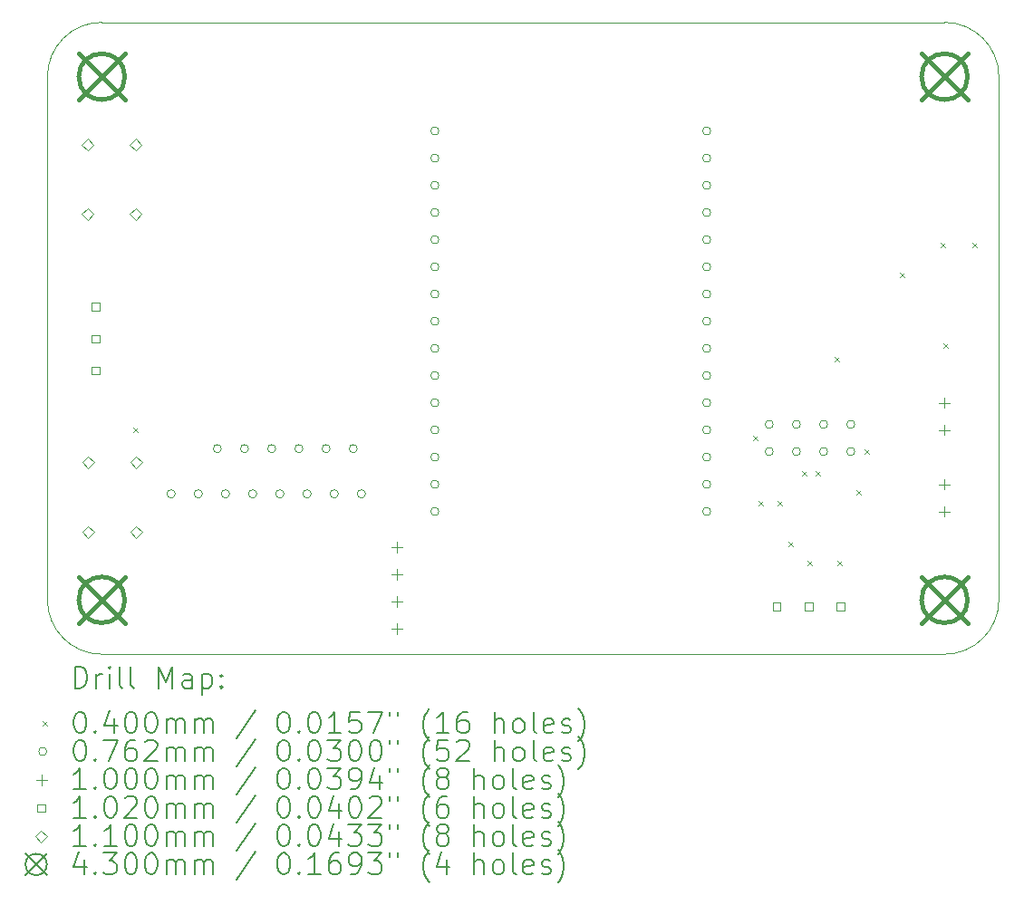
<source format=gbr>
%TF.GenerationSoftware,KiCad,Pcbnew,7.0.9*%
%TF.CreationDate,2023-11-18T03:00:16-05:00*%
%TF.ProjectId,RLM,524c4d2e-6b69-4636-9164-5f7063625858,rev?*%
%TF.SameCoordinates,Original*%
%TF.FileFunction,Drillmap*%
%TF.FilePolarity,Positive*%
%FSLAX45Y45*%
G04 Gerber Fmt 4.5, Leading zero omitted, Abs format (unit mm)*
G04 Created by KiCad (PCBNEW 7.0.9) date 2023-11-18 03:00:16*
%MOMM*%
%LPD*%
G01*
G04 APERTURE LIST*
%ADD10C,0.100000*%
%ADD11C,0.200000*%
%ADD12C,0.102000*%
%ADD13C,0.110000*%
%ADD14C,0.430000*%
G04 APERTURE END LIST*
D10*
X16256000Y-3683000D02*
X16256000Y-8572500D01*
X7366000Y-8572500D02*
G75*
G03*
X7874000Y-9080500I508000J0D01*
G01*
X15748000Y-9080500D02*
G75*
G03*
X16256000Y-8572500I0J508000D01*
G01*
X7366000Y-8572500D02*
X7366000Y-3683000D01*
X16256000Y-3683000D02*
G75*
G03*
X15748000Y-3175000I-508000J0D01*
G01*
X15748000Y-9080500D02*
X7874000Y-9080500D01*
X7874000Y-3175000D02*
X15748000Y-3175000D01*
X7874000Y-3175000D02*
G75*
G03*
X7366000Y-3683000I0J-508000D01*
G01*
D11*
D10*
X8171500Y-6965000D02*
X8211500Y-7005000D01*
X8211500Y-6965000D02*
X8171500Y-7005000D01*
X13962700Y-7041200D02*
X14002700Y-7081200D01*
X14002700Y-7041200D02*
X13962700Y-7081200D01*
X14013500Y-7650800D02*
X14053500Y-7690800D01*
X14053500Y-7650800D02*
X14013500Y-7690800D01*
X14191300Y-7650800D02*
X14231300Y-7690800D01*
X14231300Y-7650800D02*
X14191300Y-7690800D01*
X14292900Y-8031800D02*
X14332900Y-8071800D01*
X14332900Y-8031800D02*
X14292900Y-8071800D01*
X14419900Y-7371400D02*
X14459900Y-7411400D01*
X14459900Y-7371400D02*
X14419900Y-7411400D01*
X14470700Y-8209600D02*
X14510700Y-8249600D01*
X14510700Y-8209600D02*
X14470700Y-8249600D01*
X14546900Y-7371400D02*
X14586900Y-7411400D01*
X14586900Y-7371400D02*
X14546900Y-7411400D01*
X14724700Y-6304600D02*
X14764700Y-6344600D01*
X14764700Y-6304600D02*
X14724700Y-6344600D01*
X14750100Y-8209600D02*
X14790100Y-8249600D01*
X14790100Y-8209600D02*
X14750100Y-8249600D01*
X14927900Y-7549200D02*
X14967900Y-7589200D01*
X14967900Y-7549200D02*
X14927900Y-7589200D01*
X15004100Y-7168200D02*
X15044100Y-7208200D01*
X15044100Y-7168200D02*
X15004100Y-7208200D01*
X15334300Y-5517200D02*
X15374300Y-5557200D01*
X15374300Y-5517200D02*
X15334300Y-5557200D01*
X15715300Y-5237800D02*
X15755300Y-5277800D01*
X15755300Y-5237800D02*
X15715300Y-5277800D01*
X15735550Y-6177600D02*
X15775550Y-6217600D01*
X15775550Y-6177600D02*
X15735550Y-6217600D01*
X16007375Y-5234415D02*
X16047375Y-5274415D01*
X16047375Y-5234415D02*
X16007375Y-5274415D01*
X8559800Y-7582200D02*
G75*
G03*
X8559800Y-7582200I-38100J0D01*
G01*
X8813800Y-7582200D02*
G75*
G03*
X8813800Y-7582200I-38100J0D01*
G01*
X8991600Y-7159600D02*
G75*
G03*
X8991600Y-7159600I-38100J0D01*
G01*
X9067800Y-7582200D02*
G75*
G03*
X9067800Y-7582200I-38100J0D01*
G01*
X9245600Y-7159600D02*
G75*
G03*
X9245600Y-7159600I-38100J0D01*
G01*
X9321800Y-7582200D02*
G75*
G03*
X9321800Y-7582200I-38100J0D01*
G01*
X9499600Y-7159600D02*
G75*
G03*
X9499600Y-7159600I-38100J0D01*
G01*
X9575800Y-7582200D02*
G75*
G03*
X9575800Y-7582200I-38100J0D01*
G01*
X9753600Y-7159600D02*
G75*
G03*
X9753600Y-7159600I-38100J0D01*
G01*
X9829800Y-7582200D02*
G75*
G03*
X9829800Y-7582200I-38100J0D01*
G01*
X10007600Y-7159600D02*
G75*
G03*
X10007600Y-7159600I-38100J0D01*
G01*
X10083800Y-7582200D02*
G75*
G03*
X10083800Y-7582200I-38100J0D01*
G01*
X10261600Y-7159600D02*
G75*
G03*
X10261600Y-7159600I-38100J0D01*
G01*
X10337800Y-7582200D02*
G75*
G03*
X10337800Y-7582200I-38100J0D01*
G01*
X11023600Y-4190600D02*
G75*
G03*
X11023600Y-4190600I-38100J0D01*
G01*
X11023600Y-4444600D02*
G75*
G03*
X11023600Y-4444600I-38100J0D01*
G01*
X11023600Y-4698600D02*
G75*
G03*
X11023600Y-4698600I-38100J0D01*
G01*
X11023600Y-4952600D02*
G75*
G03*
X11023600Y-4952600I-38100J0D01*
G01*
X11023600Y-5206600D02*
G75*
G03*
X11023600Y-5206600I-38100J0D01*
G01*
X11023600Y-5460600D02*
G75*
G03*
X11023600Y-5460600I-38100J0D01*
G01*
X11023600Y-5714600D02*
G75*
G03*
X11023600Y-5714600I-38100J0D01*
G01*
X11023600Y-5968600D02*
G75*
G03*
X11023600Y-5968600I-38100J0D01*
G01*
X11023600Y-6222600D02*
G75*
G03*
X11023600Y-6222600I-38100J0D01*
G01*
X11023600Y-6476600D02*
G75*
G03*
X11023600Y-6476600I-38100J0D01*
G01*
X11023600Y-6730600D02*
G75*
G03*
X11023600Y-6730600I-38100J0D01*
G01*
X11023600Y-6984600D02*
G75*
G03*
X11023600Y-6984600I-38100J0D01*
G01*
X11023600Y-7238600D02*
G75*
G03*
X11023600Y-7238600I-38100J0D01*
G01*
X11023600Y-7492600D02*
G75*
G03*
X11023600Y-7492600I-38100J0D01*
G01*
X11023600Y-7746600D02*
G75*
G03*
X11023600Y-7746600I-38100J0D01*
G01*
X13563600Y-4190600D02*
G75*
G03*
X13563600Y-4190600I-38100J0D01*
G01*
X13563600Y-4444600D02*
G75*
G03*
X13563600Y-4444600I-38100J0D01*
G01*
X13563600Y-4698600D02*
G75*
G03*
X13563600Y-4698600I-38100J0D01*
G01*
X13563600Y-4952600D02*
G75*
G03*
X13563600Y-4952600I-38100J0D01*
G01*
X13563600Y-5206600D02*
G75*
G03*
X13563600Y-5206600I-38100J0D01*
G01*
X13563600Y-5460600D02*
G75*
G03*
X13563600Y-5460600I-38100J0D01*
G01*
X13563600Y-5714600D02*
G75*
G03*
X13563600Y-5714600I-38100J0D01*
G01*
X13563600Y-5968600D02*
G75*
G03*
X13563600Y-5968600I-38100J0D01*
G01*
X13563600Y-6222600D02*
G75*
G03*
X13563600Y-6222600I-38100J0D01*
G01*
X13563600Y-6476600D02*
G75*
G03*
X13563600Y-6476600I-38100J0D01*
G01*
X13563600Y-6730600D02*
G75*
G03*
X13563600Y-6730600I-38100J0D01*
G01*
X13563600Y-6984600D02*
G75*
G03*
X13563600Y-6984600I-38100J0D01*
G01*
X13563600Y-7238600D02*
G75*
G03*
X13563600Y-7238600I-38100J0D01*
G01*
X13563600Y-7492600D02*
G75*
G03*
X13563600Y-7492600I-38100J0D01*
G01*
X13563600Y-7746600D02*
G75*
G03*
X13563600Y-7746600I-38100J0D01*
G01*
X14147800Y-6932200D02*
G75*
G03*
X14147800Y-6932200I-38100J0D01*
G01*
X14147800Y-7186200D02*
G75*
G03*
X14147800Y-7186200I-38100J0D01*
G01*
X14401800Y-6932200D02*
G75*
G03*
X14401800Y-6932200I-38100J0D01*
G01*
X14401800Y-7186200D02*
G75*
G03*
X14401800Y-7186200I-38100J0D01*
G01*
X14655800Y-6932200D02*
G75*
G03*
X14655800Y-6932200I-38100J0D01*
G01*
X14655800Y-7186200D02*
G75*
G03*
X14655800Y-7186200I-38100J0D01*
G01*
X14909800Y-6932200D02*
G75*
G03*
X14909800Y-6932200I-38100J0D01*
G01*
X14909800Y-7186200D02*
G75*
G03*
X14909800Y-7186200I-38100J0D01*
G01*
X10629900Y-8027200D02*
X10629900Y-8127200D01*
X10579900Y-8077200D02*
X10679900Y-8077200D01*
X10629900Y-8281200D02*
X10629900Y-8381200D01*
X10579900Y-8331200D02*
X10679900Y-8331200D01*
X10629900Y-8535200D02*
X10629900Y-8635200D01*
X10579900Y-8585200D02*
X10679900Y-8585200D01*
X10629900Y-8789200D02*
X10629900Y-8889200D01*
X10579900Y-8839200D02*
X10679900Y-8839200D01*
X15748000Y-6680500D02*
X15748000Y-6780500D01*
X15698000Y-6730500D02*
X15798000Y-6730500D01*
X15748000Y-6934500D02*
X15748000Y-7034500D01*
X15698000Y-6984500D02*
X15798000Y-6984500D01*
X15748000Y-7442500D02*
X15748000Y-7542500D01*
X15698000Y-7492500D02*
X15798000Y-7492500D01*
X15748000Y-7696500D02*
X15748000Y-7796500D01*
X15698000Y-7746500D02*
X15798000Y-7746500D01*
D12*
X7852063Y-5867063D02*
X7852063Y-5794937D01*
X7779937Y-5794937D01*
X7779937Y-5867063D01*
X7852063Y-5867063D01*
X7852063Y-6167063D02*
X7852063Y-6094937D01*
X7779937Y-6094937D01*
X7779937Y-6167063D01*
X7852063Y-6167063D01*
X7852063Y-6467063D02*
X7852063Y-6394937D01*
X7779937Y-6394937D01*
X7779937Y-6467063D01*
X7852063Y-6467063D01*
X14214063Y-8672063D02*
X14214063Y-8599937D01*
X14141937Y-8599937D01*
X14141937Y-8672063D01*
X14214063Y-8672063D01*
X14514063Y-8672063D02*
X14514063Y-8599937D01*
X14441937Y-8599937D01*
X14441937Y-8672063D01*
X14514063Y-8672063D01*
X14814063Y-8672063D02*
X14814063Y-8599937D01*
X14741937Y-8599937D01*
X14741937Y-8672063D01*
X14814063Y-8672063D01*
D13*
X7741500Y-4373000D02*
X7796500Y-4318000D01*
X7741500Y-4263000D01*
X7686500Y-4318000D01*
X7741500Y-4373000D01*
X7741500Y-5023000D02*
X7796500Y-4968000D01*
X7741500Y-4913000D01*
X7686500Y-4968000D01*
X7741500Y-5023000D01*
X7747000Y-7342500D02*
X7802000Y-7287500D01*
X7747000Y-7232500D01*
X7692000Y-7287500D01*
X7747000Y-7342500D01*
X7747000Y-7992500D02*
X7802000Y-7937500D01*
X7747000Y-7882500D01*
X7692000Y-7937500D01*
X7747000Y-7992500D01*
X8191500Y-4373000D02*
X8246500Y-4318000D01*
X8191500Y-4263000D01*
X8136500Y-4318000D01*
X8191500Y-4373000D01*
X8191500Y-5023000D02*
X8246500Y-4968000D01*
X8191500Y-4913000D01*
X8136500Y-4968000D01*
X8191500Y-5023000D01*
X8197000Y-7342500D02*
X8252000Y-7287500D01*
X8197000Y-7232500D01*
X8142000Y-7287500D01*
X8197000Y-7342500D01*
X8197000Y-7992500D02*
X8252000Y-7937500D01*
X8197000Y-7882500D01*
X8142000Y-7937500D01*
X8197000Y-7992500D01*
D14*
X7659000Y-3468000D02*
X8089000Y-3898000D01*
X8089000Y-3468000D02*
X7659000Y-3898000D01*
X8089000Y-3683000D02*
G75*
G03*
X8089000Y-3683000I-215000J0D01*
G01*
X7659000Y-8357500D02*
X8089000Y-8787500D01*
X8089000Y-8357500D02*
X7659000Y-8787500D01*
X8089000Y-8572500D02*
G75*
G03*
X8089000Y-8572500I-215000J0D01*
G01*
X15533000Y-3468000D02*
X15963000Y-3898000D01*
X15963000Y-3468000D02*
X15533000Y-3898000D01*
X15963000Y-3683000D02*
G75*
G03*
X15963000Y-3683000I-215000J0D01*
G01*
X15533000Y-8357500D02*
X15963000Y-8787500D01*
X15963000Y-8357500D02*
X15533000Y-8787500D01*
X15963000Y-8572500D02*
G75*
G03*
X15963000Y-8572500I-215000J0D01*
G01*
D11*
X7621777Y-9396984D02*
X7621777Y-9196984D01*
X7621777Y-9196984D02*
X7669396Y-9196984D01*
X7669396Y-9196984D02*
X7697967Y-9206508D01*
X7697967Y-9206508D02*
X7717015Y-9225555D01*
X7717015Y-9225555D02*
X7726539Y-9244603D01*
X7726539Y-9244603D02*
X7736062Y-9282698D01*
X7736062Y-9282698D02*
X7736062Y-9311270D01*
X7736062Y-9311270D02*
X7726539Y-9349365D01*
X7726539Y-9349365D02*
X7717015Y-9368412D01*
X7717015Y-9368412D02*
X7697967Y-9387460D01*
X7697967Y-9387460D02*
X7669396Y-9396984D01*
X7669396Y-9396984D02*
X7621777Y-9396984D01*
X7821777Y-9396984D02*
X7821777Y-9263650D01*
X7821777Y-9301746D02*
X7831301Y-9282698D01*
X7831301Y-9282698D02*
X7840824Y-9273174D01*
X7840824Y-9273174D02*
X7859872Y-9263650D01*
X7859872Y-9263650D02*
X7878920Y-9263650D01*
X7945586Y-9396984D02*
X7945586Y-9263650D01*
X7945586Y-9196984D02*
X7936062Y-9206508D01*
X7936062Y-9206508D02*
X7945586Y-9216031D01*
X7945586Y-9216031D02*
X7955110Y-9206508D01*
X7955110Y-9206508D02*
X7945586Y-9196984D01*
X7945586Y-9196984D02*
X7945586Y-9216031D01*
X8069396Y-9396984D02*
X8050348Y-9387460D01*
X8050348Y-9387460D02*
X8040824Y-9368412D01*
X8040824Y-9368412D02*
X8040824Y-9196984D01*
X8174158Y-9396984D02*
X8155110Y-9387460D01*
X8155110Y-9387460D02*
X8145586Y-9368412D01*
X8145586Y-9368412D02*
X8145586Y-9196984D01*
X8402729Y-9396984D02*
X8402729Y-9196984D01*
X8402729Y-9196984D02*
X8469396Y-9339841D01*
X8469396Y-9339841D02*
X8536063Y-9196984D01*
X8536063Y-9196984D02*
X8536063Y-9396984D01*
X8717015Y-9396984D02*
X8717015Y-9292222D01*
X8717015Y-9292222D02*
X8707491Y-9273174D01*
X8707491Y-9273174D02*
X8688444Y-9263650D01*
X8688444Y-9263650D02*
X8650348Y-9263650D01*
X8650348Y-9263650D02*
X8631301Y-9273174D01*
X8717015Y-9387460D02*
X8697967Y-9396984D01*
X8697967Y-9396984D02*
X8650348Y-9396984D01*
X8650348Y-9396984D02*
X8631301Y-9387460D01*
X8631301Y-9387460D02*
X8621777Y-9368412D01*
X8621777Y-9368412D02*
X8621777Y-9349365D01*
X8621777Y-9349365D02*
X8631301Y-9330317D01*
X8631301Y-9330317D02*
X8650348Y-9320793D01*
X8650348Y-9320793D02*
X8697967Y-9320793D01*
X8697967Y-9320793D02*
X8717015Y-9311270D01*
X8812253Y-9263650D02*
X8812253Y-9463650D01*
X8812253Y-9273174D02*
X8831301Y-9263650D01*
X8831301Y-9263650D02*
X8869396Y-9263650D01*
X8869396Y-9263650D02*
X8888444Y-9273174D01*
X8888444Y-9273174D02*
X8897967Y-9282698D01*
X8897967Y-9282698D02*
X8907491Y-9301746D01*
X8907491Y-9301746D02*
X8907491Y-9358889D01*
X8907491Y-9358889D02*
X8897967Y-9377936D01*
X8897967Y-9377936D02*
X8888444Y-9387460D01*
X8888444Y-9387460D02*
X8869396Y-9396984D01*
X8869396Y-9396984D02*
X8831301Y-9396984D01*
X8831301Y-9396984D02*
X8812253Y-9387460D01*
X8993205Y-9377936D02*
X9002729Y-9387460D01*
X9002729Y-9387460D02*
X8993205Y-9396984D01*
X8993205Y-9396984D02*
X8983682Y-9387460D01*
X8983682Y-9387460D02*
X8993205Y-9377936D01*
X8993205Y-9377936D02*
X8993205Y-9396984D01*
X8993205Y-9273174D02*
X9002729Y-9282698D01*
X9002729Y-9282698D02*
X8993205Y-9292222D01*
X8993205Y-9292222D02*
X8983682Y-9282698D01*
X8983682Y-9282698D02*
X8993205Y-9273174D01*
X8993205Y-9273174D02*
X8993205Y-9292222D01*
D10*
X7321000Y-9705500D02*
X7361000Y-9745500D01*
X7361000Y-9705500D02*
X7321000Y-9745500D01*
D11*
X7659872Y-9616984D02*
X7678920Y-9616984D01*
X7678920Y-9616984D02*
X7697967Y-9626508D01*
X7697967Y-9626508D02*
X7707491Y-9636031D01*
X7707491Y-9636031D02*
X7717015Y-9655079D01*
X7717015Y-9655079D02*
X7726539Y-9693174D01*
X7726539Y-9693174D02*
X7726539Y-9740793D01*
X7726539Y-9740793D02*
X7717015Y-9778889D01*
X7717015Y-9778889D02*
X7707491Y-9797936D01*
X7707491Y-9797936D02*
X7697967Y-9807460D01*
X7697967Y-9807460D02*
X7678920Y-9816984D01*
X7678920Y-9816984D02*
X7659872Y-9816984D01*
X7659872Y-9816984D02*
X7640824Y-9807460D01*
X7640824Y-9807460D02*
X7631301Y-9797936D01*
X7631301Y-9797936D02*
X7621777Y-9778889D01*
X7621777Y-9778889D02*
X7612253Y-9740793D01*
X7612253Y-9740793D02*
X7612253Y-9693174D01*
X7612253Y-9693174D02*
X7621777Y-9655079D01*
X7621777Y-9655079D02*
X7631301Y-9636031D01*
X7631301Y-9636031D02*
X7640824Y-9626508D01*
X7640824Y-9626508D02*
X7659872Y-9616984D01*
X7812253Y-9797936D02*
X7821777Y-9807460D01*
X7821777Y-9807460D02*
X7812253Y-9816984D01*
X7812253Y-9816984D02*
X7802729Y-9807460D01*
X7802729Y-9807460D02*
X7812253Y-9797936D01*
X7812253Y-9797936D02*
X7812253Y-9816984D01*
X7993205Y-9683650D02*
X7993205Y-9816984D01*
X7945586Y-9607460D02*
X7897967Y-9750317D01*
X7897967Y-9750317D02*
X8021777Y-9750317D01*
X8136062Y-9616984D02*
X8155110Y-9616984D01*
X8155110Y-9616984D02*
X8174158Y-9626508D01*
X8174158Y-9626508D02*
X8183682Y-9636031D01*
X8183682Y-9636031D02*
X8193205Y-9655079D01*
X8193205Y-9655079D02*
X8202729Y-9693174D01*
X8202729Y-9693174D02*
X8202729Y-9740793D01*
X8202729Y-9740793D02*
X8193205Y-9778889D01*
X8193205Y-9778889D02*
X8183682Y-9797936D01*
X8183682Y-9797936D02*
X8174158Y-9807460D01*
X8174158Y-9807460D02*
X8155110Y-9816984D01*
X8155110Y-9816984D02*
X8136062Y-9816984D01*
X8136062Y-9816984D02*
X8117015Y-9807460D01*
X8117015Y-9807460D02*
X8107491Y-9797936D01*
X8107491Y-9797936D02*
X8097967Y-9778889D01*
X8097967Y-9778889D02*
X8088443Y-9740793D01*
X8088443Y-9740793D02*
X8088443Y-9693174D01*
X8088443Y-9693174D02*
X8097967Y-9655079D01*
X8097967Y-9655079D02*
X8107491Y-9636031D01*
X8107491Y-9636031D02*
X8117015Y-9626508D01*
X8117015Y-9626508D02*
X8136062Y-9616984D01*
X8326539Y-9616984D02*
X8345586Y-9616984D01*
X8345586Y-9616984D02*
X8364634Y-9626508D01*
X8364634Y-9626508D02*
X8374158Y-9636031D01*
X8374158Y-9636031D02*
X8383682Y-9655079D01*
X8383682Y-9655079D02*
X8393205Y-9693174D01*
X8393205Y-9693174D02*
X8393205Y-9740793D01*
X8393205Y-9740793D02*
X8383682Y-9778889D01*
X8383682Y-9778889D02*
X8374158Y-9797936D01*
X8374158Y-9797936D02*
X8364634Y-9807460D01*
X8364634Y-9807460D02*
X8345586Y-9816984D01*
X8345586Y-9816984D02*
X8326539Y-9816984D01*
X8326539Y-9816984D02*
X8307491Y-9807460D01*
X8307491Y-9807460D02*
X8297967Y-9797936D01*
X8297967Y-9797936D02*
X8288443Y-9778889D01*
X8288443Y-9778889D02*
X8278920Y-9740793D01*
X8278920Y-9740793D02*
X8278920Y-9693174D01*
X8278920Y-9693174D02*
X8288443Y-9655079D01*
X8288443Y-9655079D02*
X8297967Y-9636031D01*
X8297967Y-9636031D02*
X8307491Y-9626508D01*
X8307491Y-9626508D02*
X8326539Y-9616984D01*
X8478920Y-9816984D02*
X8478920Y-9683650D01*
X8478920Y-9702698D02*
X8488444Y-9693174D01*
X8488444Y-9693174D02*
X8507491Y-9683650D01*
X8507491Y-9683650D02*
X8536063Y-9683650D01*
X8536063Y-9683650D02*
X8555110Y-9693174D01*
X8555110Y-9693174D02*
X8564634Y-9712222D01*
X8564634Y-9712222D02*
X8564634Y-9816984D01*
X8564634Y-9712222D02*
X8574158Y-9693174D01*
X8574158Y-9693174D02*
X8593205Y-9683650D01*
X8593205Y-9683650D02*
X8621777Y-9683650D01*
X8621777Y-9683650D02*
X8640825Y-9693174D01*
X8640825Y-9693174D02*
X8650348Y-9712222D01*
X8650348Y-9712222D02*
X8650348Y-9816984D01*
X8745586Y-9816984D02*
X8745586Y-9683650D01*
X8745586Y-9702698D02*
X8755110Y-9693174D01*
X8755110Y-9693174D02*
X8774158Y-9683650D01*
X8774158Y-9683650D02*
X8802729Y-9683650D01*
X8802729Y-9683650D02*
X8821777Y-9693174D01*
X8821777Y-9693174D02*
X8831301Y-9712222D01*
X8831301Y-9712222D02*
X8831301Y-9816984D01*
X8831301Y-9712222D02*
X8840825Y-9693174D01*
X8840825Y-9693174D02*
X8859872Y-9683650D01*
X8859872Y-9683650D02*
X8888444Y-9683650D01*
X8888444Y-9683650D02*
X8907491Y-9693174D01*
X8907491Y-9693174D02*
X8917015Y-9712222D01*
X8917015Y-9712222D02*
X8917015Y-9816984D01*
X9307491Y-9607460D02*
X9136063Y-9864603D01*
X9564634Y-9616984D02*
X9583682Y-9616984D01*
X9583682Y-9616984D02*
X9602729Y-9626508D01*
X9602729Y-9626508D02*
X9612253Y-9636031D01*
X9612253Y-9636031D02*
X9621777Y-9655079D01*
X9621777Y-9655079D02*
X9631301Y-9693174D01*
X9631301Y-9693174D02*
X9631301Y-9740793D01*
X9631301Y-9740793D02*
X9621777Y-9778889D01*
X9621777Y-9778889D02*
X9612253Y-9797936D01*
X9612253Y-9797936D02*
X9602729Y-9807460D01*
X9602729Y-9807460D02*
X9583682Y-9816984D01*
X9583682Y-9816984D02*
X9564634Y-9816984D01*
X9564634Y-9816984D02*
X9545587Y-9807460D01*
X9545587Y-9807460D02*
X9536063Y-9797936D01*
X9536063Y-9797936D02*
X9526539Y-9778889D01*
X9526539Y-9778889D02*
X9517015Y-9740793D01*
X9517015Y-9740793D02*
X9517015Y-9693174D01*
X9517015Y-9693174D02*
X9526539Y-9655079D01*
X9526539Y-9655079D02*
X9536063Y-9636031D01*
X9536063Y-9636031D02*
X9545587Y-9626508D01*
X9545587Y-9626508D02*
X9564634Y-9616984D01*
X9717015Y-9797936D02*
X9726539Y-9807460D01*
X9726539Y-9807460D02*
X9717015Y-9816984D01*
X9717015Y-9816984D02*
X9707491Y-9807460D01*
X9707491Y-9807460D02*
X9717015Y-9797936D01*
X9717015Y-9797936D02*
X9717015Y-9816984D01*
X9850348Y-9616984D02*
X9869396Y-9616984D01*
X9869396Y-9616984D02*
X9888444Y-9626508D01*
X9888444Y-9626508D02*
X9897968Y-9636031D01*
X9897968Y-9636031D02*
X9907491Y-9655079D01*
X9907491Y-9655079D02*
X9917015Y-9693174D01*
X9917015Y-9693174D02*
X9917015Y-9740793D01*
X9917015Y-9740793D02*
X9907491Y-9778889D01*
X9907491Y-9778889D02*
X9897968Y-9797936D01*
X9897968Y-9797936D02*
X9888444Y-9807460D01*
X9888444Y-9807460D02*
X9869396Y-9816984D01*
X9869396Y-9816984D02*
X9850348Y-9816984D01*
X9850348Y-9816984D02*
X9831301Y-9807460D01*
X9831301Y-9807460D02*
X9821777Y-9797936D01*
X9821777Y-9797936D02*
X9812253Y-9778889D01*
X9812253Y-9778889D02*
X9802729Y-9740793D01*
X9802729Y-9740793D02*
X9802729Y-9693174D01*
X9802729Y-9693174D02*
X9812253Y-9655079D01*
X9812253Y-9655079D02*
X9821777Y-9636031D01*
X9821777Y-9636031D02*
X9831301Y-9626508D01*
X9831301Y-9626508D02*
X9850348Y-9616984D01*
X10107491Y-9816984D02*
X9993206Y-9816984D01*
X10050348Y-9816984D02*
X10050348Y-9616984D01*
X10050348Y-9616984D02*
X10031301Y-9645555D01*
X10031301Y-9645555D02*
X10012253Y-9664603D01*
X10012253Y-9664603D02*
X9993206Y-9674127D01*
X10288444Y-9616984D02*
X10193206Y-9616984D01*
X10193206Y-9616984D02*
X10183682Y-9712222D01*
X10183682Y-9712222D02*
X10193206Y-9702698D01*
X10193206Y-9702698D02*
X10212253Y-9693174D01*
X10212253Y-9693174D02*
X10259872Y-9693174D01*
X10259872Y-9693174D02*
X10278920Y-9702698D01*
X10278920Y-9702698D02*
X10288444Y-9712222D01*
X10288444Y-9712222D02*
X10297968Y-9731270D01*
X10297968Y-9731270D02*
X10297968Y-9778889D01*
X10297968Y-9778889D02*
X10288444Y-9797936D01*
X10288444Y-9797936D02*
X10278920Y-9807460D01*
X10278920Y-9807460D02*
X10259872Y-9816984D01*
X10259872Y-9816984D02*
X10212253Y-9816984D01*
X10212253Y-9816984D02*
X10193206Y-9807460D01*
X10193206Y-9807460D02*
X10183682Y-9797936D01*
X10364634Y-9616984D02*
X10497968Y-9616984D01*
X10497968Y-9616984D02*
X10412253Y-9816984D01*
X10564634Y-9616984D02*
X10564634Y-9655079D01*
X10640825Y-9616984D02*
X10640825Y-9655079D01*
X10936063Y-9893174D02*
X10926539Y-9883650D01*
X10926539Y-9883650D02*
X10907491Y-9855079D01*
X10907491Y-9855079D02*
X10897968Y-9836031D01*
X10897968Y-9836031D02*
X10888444Y-9807460D01*
X10888444Y-9807460D02*
X10878920Y-9759841D01*
X10878920Y-9759841D02*
X10878920Y-9721746D01*
X10878920Y-9721746D02*
X10888444Y-9674127D01*
X10888444Y-9674127D02*
X10897968Y-9645555D01*
X10897968Y-9645555D02*
X10907491Y-9626508D01*
X10907491Y-9626508D02*
X10926539Y-9597936D01*
X10926539Y-9597936D02*
X10936063Y-9588412D01*
X11117015Y-9816984D02*
X11002730Y-9816984D01*
X11059872Y-9816984D02*
X11059872Y-9616984D01*
X11059872Y-9616984D02*
X11040825Y-9645555D01*
X11040825Y-9645555D02*
X11021777Y-9664603D01*
X11021777Y-9664603D02*
X11002730Y-9674127D01*
X11288444Y-9616984D02*
X11250348Y-9616984D01*
X11250348Y-9616984D02*
X11231301Y-9626508D01*
X11231301Y-9626508D02*
X11221777Y-9636031D01*
X11221777Y-9636031D02*
X11202729Y-9664603D01*
X11202729Y-9664603D02*
X11193206Y-9702698D01*
X11193206Y-9702698D02*
X11193206Y-9778889D01*
X11193206Y-9778889D02*
X11202729Y-9797936D01*
X11202729Y-9797936D02*
X11212253Y-9807460D01*
X11212253Y-9807460D02*
X11231301Y-9816984D01*
X11231301Y-9816984D02*
X11269396Y-9816984D01*
X11269396Y-9816984D02*
X11288444Y-9807460D01*
X11288444Y-9807460D02*
X11297968Y-9797936D01*
X11297968Y-9797936D02*
X11307491Y-9778889D01*
X11307491Y-9778889D02*
X11307491Y-9731270D01*
X11307491Y-9731270D02*
X11297968Y-9712222D01*
X11297968Y-9712222D02*
X11288444Y-9702698D01*
X11288444Y-9702698D02*
X11269396Y-9693174D01*
X11269396Y-9693174D02*
X11231301Y-9693174D01*
X11231301Y-9693174D02*
X11212253Y-9702698D01*
X11212253Y-9702698D02*
X11202729Y-9712222D01*
X11202729Y-9712222D02*
X11193206Y-9731270D01*
X11545587Y-9816984D02*
X11545587Y-9616984D01*
X11631301Y-9816984D02*
X11631301Y-9712222D01*
X11631301Y-9712222D02*
X11621777Y-9693174D01*
X11621777Y-9693174D02*
X11602730Y-9683650D01*
X11602730Y-9683650D02*
X11574158Y-9683650D01*
X11574158Y-9683650D02*
X11555110Y-9693174D01*
X11555110Y-9693174D02*
X11545587Y-9702698D01*
X11755110Y-9816984D02*
X11736063Y-9807460D01*
X11736063Y-9807460D02*
X11726539Y-9797936D01*
X11726539Y-9797936D02*
X11717015Y-9778889D01*
X11717015Y-9778889D02*
X11717015Y-9721746D01*
X11717015Y-9721746D02*
X11726539Y-9702698D01*
X11726539Y-9702698D02*
X11736063Y-9693174D01*
X11736063Y-9693174D02*
X11755110Y-9683650D01*
X11755110Y-9683650D02*
X11783682Y-9683650D01*
X11783682Y-9683650D02*
X11802730Y-9693174D01*
X11802730Y-9693174D02*
X11812253Y-9702698D01*
X11812253Y-9702698D02*
X11821777Y-9721746D01*
X11821777Y-9721746D02*
X11821777Y-9778889D01*
X11821777Y-9778889D02*
X11812253Y-9797936D01*
X11812253Y-9797936D02*
X11802730Y-9807460D01*
X11802730Y-9807460D02*
X11783682Y-9816984D01*
X11783682Y-9816984D02*
X11755110Y-9816984D01*
X11936063Y-9816984D02*
X11917015Y-9807460D01*
X11917015Y-9807460D02*
X11907491Y-9788412D01*
X11907491Y-9788412D02*
X11907491Y-9616984D01*
X12088444Y-9807460D02*
X12069396Y-9816984D01*
X12069396Y-9816984D02*
X12031301Y-9816984D01*
X12031301Y-9816984D02*
X12012253Y-9807460D01*
X12012253Y-9807460D02*
X12002730Y-9788412D01*
X12002730Y-9788412D02*
X12002730Y-9712222D01*
X12002730Y-9712222D02*
X12012253Y-9693174D01*
X12012253Y-9693174D02*
X12031301Y-9683650D01*
X12031301Y-9683650D02*
X12069396Y-9683650D01*
X12069396Y-9683650D02*
X12088444Y-9693174D01*
X12088444Y-9693174D02*
X12097968Y-9712222D01*
X12097968Y-9712222D02*
X12097968Y-9731270D01*
X12097968Y-9731270D02*
X12002730Y-9750317D01*
X12174158Y-9807460D02*
X12193206Y-9816984D01*
X12193206Y-9816984D02*
X12231301Y-9816984D01*
X12231301Y-9816984D02*
X12250349Y-9807460D01*
X12250349Y-9807460D02*
X12259872Y-9788412D01*
X12259872Y-9788412D02*
X12259872Y-9778889D01*
X12259872Y-9778889D02*
X12250349Y-9759841D01*
X12250349Y-9759841D02*
X12231301Y-9750317D01*
X12231301Y-9750317D02*
X12202730Y-9750317D01*
X12202730Y-9750317D02*
X12183682Y-9740793D01*
X12183682Y-9740793D02*
X12174158Y-9721746D01*
X12174158Y-9721746D02*
X12174158Y-9712222D01*
X12174158Y-9712222D02*
X12183682Y-9693174D01*
X12183682Y-9693174D02*
X12202730Y-9683650D01*
X12202730Y-9683650D02*
X12231301Y-9683650D01*
X12231301Y-9683650D02*
X12250349Y-9693174D01*
X12326539Y-9893174D02*
X12336063Y-9883650D01*
X12336063Y-9883650D02*
X12355111Y-9855079D01*
X12355111Y-9855079D02*
X12364634Y-9836031D01*
X12364634Y-9836031D02*
X12374158Y-9807460D01*
X12374158Y-9807460D02*
X12383682Y-9759841D01*
X12383682Y-9759841D02*
X12383682Y-9721746D01*
X12383682Y-9721746D02*
X12374158Y-9674127D01*
X12374158Y-9674127D02*
X12364634Y-9645555D01*
X12364634Y-9645555D02*
X12355111Y-9626508D01*
X12355111Y-9626508D02*
X12336063Y-9597936D01*
X12336063Y-9597936D02*
X12326539Y-9588412D01*
D10*
X7361000Y-9989500D02*
G75*
G03*
X7361000Y-9989500I-38100J0D01*
G01*
D11*
X7659872Y-9880984D02*
X7678920Y-9880984D01*
X7678920Y-9880984D02*
X7697967Y-9890508D01*
X7697967Y-9890508D02*
X7707491Y-9900031D01*
X7707491Y-9900031D02*
X7717015Y-9919079D01*
X7717015Y-9919079D02*
X7726539Y-9957174D01*
X7726539Y-9957174D02*
X7726539Y-10004793D01*
X7726539Y-10004793D02*
X7717015Y-10042889D01*
X7717015Y-10042889D02*
X7707491Y-10061936D01*
X7707491Y-10061936D02*
X7697967Y-10071460D01*
X7697967Y-10071460D02*
X7678920Y-10080984D01*
X7678920Y-10080984D02*
X7659872Y-10080984D01*
X7659872Y-10080984D02*
X7640824Y-10071460D01*
X7640824Y-10071460D02*
X7631301Y-10061936D01*
X7631301Y-10061936D02*
X7621777Y-10042889D01*
X7621777Y-10042889D02*
X7612253Y-10004793D01*
X7612253Y-10004793D02*
X7612253Y-9957174D01*
X7612253Y-9957174D02*
X7621777Y-9919079D01*
X7621777Y-9919079D02*
X7631301Y-9900031D01*
X7631301Y-9900031D02*
X7640824Y-9890508D01*
X7640824Y-9890508D02*
X7659872Y-9880984D01*
X7812253Y-10061936D02*
X7821777Y-10071460D01*
X7821777Y-10071460D02*
X7812253Y-10080984D01*
X7812253Y-10080984D02*
X7802729Y-10071460D01*
X7802729Y-10071460D02*
X7812253Y-10061936D01*
X7812253Y-10061936D02*
X7812253Y-10080984D01*
X7888443Y-9880984D02*
X8021777Y-9880984D01*
X8021777Y-9880984D02*
X7936062Y-10080984D01*
X8183682Y-9880984D02*
X8145586Y-9880984D01*
X8145586Y-9880984D02*
X8126539Y-9890508D01*
X8126539Y-9890508D02*
X8117015Y-9900031D01*
X8117015Y-9900031D02*
X8097967Y-9928603D01*
X8097967Y-9928603D02*
X8088443Y-9966698D01*
X8088443Y-9966698D02*
X8088443Y-10042889D01*
X8088443Y-10042889D02*
X8097967Y-10061936D01*
X8097967Y-10061936D02*
X8107491Y-10071460D01*
X8107491Y-10071460D02*
X8126539Y-10080984D01*
X8126539Y-10080984D02*
X8164634Y-10080984D01*
X8164634Y-10080984D02*
X8183682Y-10071460D01*
X8183682Y-10071460D02*
X8193205Y-10061936D01*
X8193205Y-10061936D02*
X8202729Y-10042889D01*
X8202729Y-10042889D02*
X8202729Y-9995270D01*
X8202729Y-9995270D02*
X8193205Y-9976222D01*
X8193205Y-9976222D02*
X8183682Y-9966698D01*
X8183682Y-9966698D02*
X8164634Y-9957174D01*
X8164634Y-9957174D02*
X8126539Y-9957174D01*
X8126539Y-9957174D02*
X8107491Y-9966698D01*
X8107491Y-9966698D02*
X8097967Y-9976222D01*
X8097967Y-9976222D02*
X8088443Y-9995270D01*
X8278920Y-9900031D02*
X8288443Y-9890508D01*
X8288443Y-9890508D02*
X8307491Y-9880984D01*
X8307491Y-9880984D02*
X8355110Y-9880984D01*
X8355110Y-9880984D02*
X8374158Y-9890508D01*
X8374158Y-9890508D02*
X8383682Y-9900031D01*
X8383682Y-9900031D02*
X8393205Y-9919079D01*
X8393205Y-9919079D02*
X8393205Y-9938127D01*
X8393205Y-9938127D02*
X8383682Y-9966698D01*
X8383682Y-9966698D02*
X8269396Y-10080984D01*
X8269396Y-10080984D02*
X8393205Y-10080984D01*
X8478920Y-10080984D02*
X8478920Y-9947650D01*
X8478920Y-9966698D02*
X8488444Y-9957174D01*
X8488444Y-9957174D02*
X8507491Y-9947650D01*
X8507491Y-9947650D02*
X8536063Y-9947650D01*
X8536063Y-9947650D02*
X8555110Y-9957174D01*
X8555110Y-9957174D02*
X8564634Y-9976222D01*
X8564634Y-9976222D02*
X8564634Y-10080984D01*
X8564634Y-9976222D02*
X8574158Y-9957174D01*
X8574158Y-9957174D02*
X8593205Y-9947650D01*
X8593205Y-9947650D02*
X8621777Y-9947650D01*
X8621777Y-9947650D02*
X8640825Y-9957174D01*
X8640825Y-9957174D02*
X8650348Y-9976222D01*
X8650348Y-9976222D02*
X8650348Y-10080984D01*
X8745586Y-10080984D02*
X8745586Y-9947650D01*
X8745586Y-9966698D02*
X8755110Y-9957174D01*
X8755110Y-9957174D02*
X8774158Y-9947650D01*
X8774158Y-9947650D02*
X8802729Y-9947650D01*
X8802729Y-9947650D02*
X8821777Y-9957174D01*
X8821777Y-9957174D02*
X8831301Y-9976222D01*
X8831301Y-9976222D02*
X8831301Y-10080984D01*
X8831301Y-9976222D02*
X8840825Y-9957174D01*
X8840825Y-9957174D02*
X8859872Y-9947650D01*
X8859872Y-9947650D02*
X8888444Y-9947650D01*
X8888444Y-9947650D02*
X8907491Y-9957174D01*
X8907491Y-9957174D02*
X8917015Y-9976222D01*
X8917015Y-9976222D02*
X8917015Y-10080984D01*
X9307491Y-9871460D02*
X9136063Y-10128603D01*
X9564634Y-9880984D02*
X9583682Y-9880984D01*
X9583682Y-9880984D02*
X9602729Y-9890508D01*
X9602729Y-9890508D02*
X9612253Y-9900031D01*
X9612253Y-9900031D02*
X9621777Y-9919079D01*
X9621777Y-9919079D02*
X9631301Y-9957174D01*
X9631301Y-9957174D02*
X9631301Y-10004793D01*
X9631301Y-10004793D02*
X9621777Y-10042889D01*
X9621777Y-10042889D02*
X9612253Y-10061936D01*
X9612253Y-10061936D02*
X9602729Y-10071460D01*
X9602729Y-10071460D02*
X9583682Y-10080984D01*
X9583682Y-10080984D02*
X9564634Y-10080984D01*
X9564634Y-10080984D02*
X9545587Y-10071460D01*
X9545587Y-10071460D02*
X9536063Y-10061936D01*
X9536063Y-10061936D02*
X9526539Y-10042889D01*
X9526539Y-10042889D02*
X9517015Y-10004793D01*
X9517015Y-10004793D02*
X9517015Y-9957174D01*
X9517015Y-9957174D02*
X9526539Y-9919079D01*
X9526539Y-9919079D02*
X9536063Y-9900031D01*
X9536063Y-9900031D02*
X9545587Y-9890508D01*
X9545587Y-9890508D02*
X9564634Y-9880984D01*
X9717015Y-10061936D02*
X9726539Y-10071460D01*
X9726539Y-10071460D02*
X9717015Y-10080984D01*
X9717015Y-10080984D02*
X9707491Y-10071460D01*
X9707491Y-10071460D02*
X9717015Y-10061936D01*
X9717015Y-10061936D02*
X9717015Y-10080984D01*
X9850348Y-9880984D02*
X9869396Y-9880984D01*
X9869396Y-9880984D02*
X9888444Y-9890508D01*
X9888444Y-9890508D02*
X9897968Y-9900031D01*
X9897968Y-9900031D02*
X9907491Y-9919079D01*
X9907491Y-9919079D02*
X9917015Y-9957174D01*
X9917015Y-9957174D02*
X9917015Y-10004793D01*
X9917015Y-10004793D02*
X9907491Y-10042889D01*
X9907491Y-10042889D02*
X9897968Y-10061936D01*
X9897968Y-10061936D02*
X9888444Y-10071460D01*
X9888444Y-10071460D02*
X9869396Y-10080984D01*
X9869396Y-10080984D02*
X9850348Y-10080984D01*
X9850348Y-10080984D02*
X9831301Y-10071460D01*
X9831301Y-10071460D02*
X9821777Y-10061936D01*
X9821777Y-10061936D02*
X9812253Y-10042889D01*
X9812253Y-10042889D02*
X9802729Y-10004793D01*
X9802729Y-10004793D02*
X9802729Y-9957174D01*
X9802729Y-9957174D02*
X9812253Y-9919079D01*
X9812253Y-9919079D02*
X9821777Y-9900031D01*
X9821777Y-9900031D02*
X9831301Y-9890508D01*
X9831301Y-9890508D02*
X9850348Y-9880984D01*
X9983682Y-9880984D02*
X10107491Y-9880984D01*
X10107491Y-9880984D02*
X10040825Y-9957174D01*
X10040825Y-9957174D02*
X10069396Y-9957174D01*
X10069396Y-9957174D02*
X10088444Y-9966698D01*
X10088444Y-9966698D02*
X10097968Y-9976222D01*
X10097968Y-9976222D02*
X10107491Y-9995270D01*
X10107491Y-9995270D02*
X10107491Y-10042889D01*
X10107491Y-10042889D02*
X10097968Y-10061936D01*
X10097968Y-10061936D02*
X10088444Y-10071460D01*
X10088444Y-10071460D02*
X10069396Y-10080984D01*
X10069396Y-10080984D02*
X10012253Y-10080984D01*
X10012253Y-10080984D02*
X9993206Y-10071460D01*
X9993206Y-10071460D02*
X9983682Y-10061936D01*
X10231301Y-9880984D02*
X10250349Y-9880984D01*
X10250349Y-9880984D02*
X10269396Y-9890508D01*
X10269396Y-9890508D02*
X10278920Y-9900031D01*
X10278920Y-9900031D02*
X10288444Y-9919079D01*
X10288444Y-9919079D02*
X10297968Y-9957174D01*
X10297968Y-9957174D02*
X10297968Y-10004793D01*
X10297968Y-10004793D02*
X10288444Y-10042889D01*
X10288444Y-10042889D02*
X10278920Y-10061936D01*
X10278920Y-10061936D02*
X10269396Y-10071460D01*
X10269396Y-10071460D02*
X10250349Y-10080984D01*
X10250349Y-10080984D02*
X10231301Y-10080984D01*
X10231301Y-10080984D02*
X10212253Y-10071460D01*
X10212253Y-10071460D02*
X10202729Y-10061936D01*
X10202729Y-10061936D02*
X10193206Y-10042889D01*
X10193206Y-10042889D02*
X10183682Y-10004793D01*
X10183682Y-10004793D02*
X10183682Y-9957174D01*
X10183682Y-9957174D02*
X10193206Y-9919079D01*
X10193206Y-9919079D02*
X10202729Y-9900031D01*
X10202729Y-9900031D02*
X10212253Y-9890508D01*
X10212253Y-9890508D02*
X10231301Y-9880984D01*
X10421777Y-9880984D02*
X10440825Y-9880984D01*
X10440825Y-9880984D02*
X10459872Y-9890508D01*
X10459872Y-9890508D02*
X10469396Y-9900031D01*
X10469396Y-9900031D02*
X10478920Y-9919079D01*
X10478920Y-9919079D02*
X10488444Y-9957174D01*
X10488444Y-9957174D02*
X10488444Y-10004793D01*
X10488444Y-10004793D02*
X10478920Y-10042889D01*
X10478920Y-10042889D02*
X10469396Y-10061936D01*
X10469396Y-10061936D02*
X10459872Y-10071460D01*
X10459872Y-10071460D02*
X10440825Y-10080984D01*
X10440825Y-10080984D02*
X10421777Y-10080984D01*
X10421777Y-10080984D02*
X10402729Y-10071460D01*
X10402729Y-10071460D02*
X10393206Y-10061936D01*
X10393206Y-10061936D02*
X10383682Y-10042889D01*
X10383682Y-10042889D02*
X10374158Y-10004793D01*
X10374158Y-10004793D02*
X10374158Y-9957174D01*
X10374158Y-9957174D02*
X10383682Y-9919079D01*
X10383682Y-9919079D02*
X10393206Y-9900031D01*
X10393206Y-9900031D02*
X10402729Y-9890508D01*
X10402729Y-9890508D02*
X10421777Y-9880984D01*
X10564634Y-9880984D02*
X10564634Y-9919079D01*
X10640825Y-9880984D02*
X10640825Y-9919079D01*
X10936063Y-10157174D02*
X10926539Y-10147650D01*
X10926539Y-10147650D02*
X10907491Y-10119079D01*
X10907491Y-10119079D02*
X10897968Y-10100031D01*
X10897968Y-10100031D02*
X10888444Y-10071460D01*
X10888444Y-10071460D02*
X10878920Y-10023841D01*
X10878920Y-10023841D02*
X10878920Y-9985746D01*
X10878920Y-9985746D02*
X10888444Y-9938127D01*
X10888444Y-9938127D02*
X10897968Y-9909555D01*
X10897968Y-9909555D02*
X10907491Y-9890508D01*
X10907491Y-9890508D02*
X10926539Y-9861936D01*
X10926539Y-9861936D02*
X10936063Y-9852412D01*
X11107491Y-9880984D02*
X11012253Y-9880984D01*
X11012253Y-9880984D02*
X11002730Y-9976222D01*
X11002730Y-9976222D02*
X11012253Y-9966698D01*
X11012253Y-9966698D02*
X11031301Y-9957174D01*
X11031301Y-9957174D02*
X11078920Y-9957174D01*
X11078920Y-9957174D02*
X11097968Y-9966698D01*
X11097968Y-9966698D02*
X11107491Y-9976222D01*
X11107491Y-9976222D02*
X11117015Y-9995270D01*
X11117015Y-9995270D02*
X11117015Y-10042889D01*
X11117015Y-10042889D02*
X11107491Y-10061936D01*
X11107491Y-10061936D02*
X11097968Y-10071460D01*
X11097968Y-10071460D02*
X11078920Y-10080984D01*
X11078920Y-10080984D02*
X11031301Y-10080984D01*
X11031301Y-10080984D02*
X11012253Y-10071460D01*
X11012253Y-10071460D02*
X11002730Y-10061936D01*
X11193206Y-9900031D02*
X11202729Y-9890508D01*
X11202729Y-9890508D02*
X11221777Y-9880984D01*
X11221777Y-9880984D02*
X11269396Y-9880984D01*
X11269396Y-9880984D02*
X11288444Y-9890508D01*
X11288444Y-9890508D02*
X11297968Y-9900031D01*
X11297968Y-9900031D02*
X11307491Y-9919079D01*
X11307491Y-9919079D02*
X11307491Y-9938127D01*
X11307491Y-9938127D02*
X11297968Y-9966698D01*
X11297968Y-9966698D02*
X11183682Y-10080984D01*
X11183682Y-10080984D02*
X11307491Y-10080984D01*
X11545587Y-10080984D02*
X11545587Y-9880984D01*
X11631301Y-10080984D02*
X11631301Y-9976222D01*
X11631301Y-9976222D02*
X11621777Y-9957174D01*
X11621777Y-9957174D02*
X11602730Y-9947650D01*
X11602730Y-9947650D02*
X11574158Y-9947650D01*
X11574158Y-9947650D02*
X11555110Y-9957174D01*
X11555110Y-9957174D02*
X11545587Y-9966698D01*
X11755110Y-10080984D02*
X11736063Y-10071460D01*
X11736063Y-10071460D02*
X11726539Y-10061936D01*
X11726539Y-10061936D02*
X11717015Y-10042889D01*
X11717015Y-10042889D02*
X11717015Y-9985746D01*
X11717015Y-9985746D02*
X11726539Y-9966698D01*
X11726539Y-9966698D02*
X11736063Y-9957174D01*
X11736063Y-9957174D02*
X11755110Y-9947650D01*
X11755110Y-9947650D02*
X11783682Y-9947650D01*
X11783682Y-9947650D02*
X11802730Y-9957174D01*
X11802730Y-9957174D02*
X11812253Y-9966698D01*
X11812253Y-9966698D02*
X11821777Y-9985746D01*
X11821777Y-9985746D02*
X11821777Y-10042889D01*
X11821777Y-10042889D02*
X11812253Y-10061936D01*
X11812253Y-10061936D02*
X11802730Y-10071460D01*
X11802730Y-10071460D02*
X11783682Y-10080984D01*
X11783682Y-10080984D02*
X11755110Y-10080984D01*
X11936063Y-10080984D02*
X11917015Y-10071460D01*
X11917015Y-10071460D02*
X11907491Y-10052412D01*
X11907491Y-10052412D02*
X11907491Y-9880984D01*
X12088444Y-10071460D02*
X12069396Y-10080984D01*
X12069396Y-10080984D02*
X12031301Y-10080984D01*
X12031301Y-10080984D02*
X12012253Y-10071460D01*
X12012253Y-10071460D02*
X12002730Y-10052412D01*
X12002730Y-10052412D02*
X12002730Y-9976222D01*
X12002730Y-9976222D02*
X12012253Y-9957174D01*
X12012253Y-9957174D02*
X12031301Y-9947650D01*
X12031301Y-9947650D02*
X12069396Y-9947650D01*
X12069396Y-9947650D02*
X12088444Y-9957174D01*
X12088444Y-9957174D02*
X12097968Y-9976222D01*
X12097968Y-9976222D02*
X12097968Y-9995270D01*
X12097968Y-9995270D02*
X12002730Y-10014317D01*
X12174158Y-10071460D02*
X12193206Y-10080984D01*
X12193206Y-10080984D02*
X12231301Y-10080984D01*
X12231301Y-10080984D02*
X12250349Y-10071460D01*
X12250349Y-10071460D02*
X12259872Y-10052412D01*
X12259872Y-10052412D02*
X12259872Y-10042889D01*
X12259872Y-10042889D02*
X12250349Y-10023841D01*
X12250349Y-10023841D02*
X12231301Y-10014317D01*
X12231301Y-10014317D02*
X12202730Y-10014317D01*
X12202730Y-10014317D02*
X12183682Y-10004793D01*
X12183682Y-10004793D02*
X12174158Y-9985746D01*
X12174158Y-9985746D02*
X12174158Y-9976222D01*
X12174158Y-9976222D02*
X12183682Y-9957174D01*
X12183682Y-9957174D02*
X12202730Y-9947650D01*
X12202730Y-9947650D02*
X12231301Y-9947650D01*
X12231301Y-9947650D02*
X12250349Y-9957174D01*
X12326539Y-10157174D02*
X12336063Y-10147650D01*
X12336063Y-10147650D02*
X12355111Y-10119079D01*
X12355111Y-10119079D02*
X12364634Y-10100031D01*
X12364634Y-10100031D02*
X12374158Y-10071460D01*
X12374158Y-10071460D02*
X12383682Y-10023841D01*
X12383682Y-10023841D02*
X12383682Y-9985746D01*
X12383682Y-9985746D02*
X12374158Y-9938127D01*
X12374158Y-9938127D02*
X12364634Y-9909555D01*
X12364634Y-9909555D02*
X12355111Y-9890508D01*
X12355111Y-9890508D02*
X12336063Y-9861936D01*
X12336063Y-9861936D02*
X12326539Y-9852412D01*
D10*
X7311000Y-10203500D02*
X7311000Y-10303500D01*
X7261000Y-10253500D02*
X7361000Y-10253500D01*
D11*
X7726539Y-10344984D02*
X7612253Y-10344984D01*
X7669396Y-10344984D02*
X7669396Y-10144984D01*
X7669396Y-10144984D02*
X7650348Y-10173555D01*
X7650348Y-10173555D02*
X7631301Y-10192603D01*
X7631301Y-10192603D02*
X7612253Y-10202127D01*
X7812253Y-10325936D02*
X7821777Y-10335460D01*
X7821777Y-10335460D02*
X7812253Y-10344984D01*
X7812253Y-10344984D02*
X7802729Y-10335460D01*
X7802729Y-10335460D02*
X7812253Y-10325936D01*
X7812253Y-10325936D02*
X7812253Y-10344984D01*
X7945586Y-10144984D02*
X7964634Y-10144984D01*
X7964634Y-10144984D02*
X7983682Y-10154508D01*
X7983682Y-10154508D02*
X7993205Y-10164031D01*
X7993205Y-10164031D02*
X8002729Y-10183079D01*
X8002729Y-10183079D02*
X8012253Y-10221174D01*
X8012253Y-10221174D02*
X8012253Y-10268793D01*
X8012253Y-10268793D02*
X8002729Y-10306889D01*
X8002729Y-10306889D02*
X7993205Y-10325936D01*
X7993205Y-10325936D02*
X7983682Y-10335460D01*
X7983682Y-10335460D02*
X7964634Y-10344984D01*
X7964634Y-10344984D02*
X7945586Y-10344984D01*
X7945586Y-10344984D02*
X7926539Y-10335460D01*
X7926539Y-10335460D02*
X7917015Y-10325936D01*
X7917015Y-10325936D02*
X7907491Y-10306889D01*
X7907491Y-10306889D02*
X7897967Y-10268793D01*
X7897967Y-10268793D02*
X7897967Y-10221174D01*
X7897967Y-10221174D02*
X7907491Y-10183079D01*
X7907491Y-10183079D02*
X7917015Y-10164031D01*
X7917015Y-10164031D02*
X7926539Y-10154508D01*
X7926539Y-10154508D02*
X7945586Y-10144984D01*
X8136062Y-10144984D02*
X8155110Y-10144984D01*
X8155110Y-10144984D02*
X8174158Y-10154508D01*
X8174158Y-10154508D02*
X8183682Y-10164031D01*
X8183682Y-10164031D02*
X8193205Y-10183079D01*
X8193205Y-10183079D02*
X8202729Y-10221174D01*
X8202729Y-10221174D02*
X8202729Y-10268793D01*
X8202729Y-10268793D02*
X8193205Y-10306889D01*
X8193205Y-10306889D02*
X8183682Y-10325936D01*
X8183682Y-10325936D02*
X8174158Y-10335460D01*
X8174158Y-10335460D02*
X8155110Y-10344984D01*
X8155110Y-10344984D02*
X8136062Y-10344984D01*
X8136062Y-10344984D02*
X8117015Y-10335460D01*
X8117015Y-10335460D02*
X8107491Y-10325936D01*
X8107491Y-10325936D02*
X8097967Y-10306889D01*
X8097967Y-10306889D02*
X8088443Y-10268793D01*
X8088443Y-10268793D02*
X8088443Y-10221174D01*
X8088443Y-10221174D02*
X8097967Y-10183079D01*
X8097967Y-10183079D02*
X8107491Y-10164031D01*
X8107491Y-10164031D02*
X8117015Y-10154508D01*
X8117015Y-10154508D02*
X8136062Y-10144984D01*
X8326539Y-10144984D02*
X8345586Y-10144984D01*
X8345586Y-10144984D02*
X8364634Y-10154508D01*
X8364634Y-10154508D02*
X8374158Y-10164031D01*
X8374158Y-10164031D02*
X8383682Y-10183079D01*
X8383682Y-10183079D02*
X8393205Y-10221174D01*
X8393205Y-10221174D02*
X8393205Y-10268793D01*
X8393205Y-10268793D02*
X8383682Y-10306889D01*
X8383682Y-10306889D02*
X8374158Y-10325936D01*
X8374158Y-10325936D02*
X8364634Y-10335460D01*
X8364634Y-10335460D02*
X8345586Y-10344984D01*
X8345586Y-10344984D02*
X8326539Y-10344984D01*
X8326539Y-10344984D02*
X8307491Y-10335460D01*
X8307491Y-10335460D02*
X8297967Y-10325936D01*
X8297967Y-10325936D02*
X8288443Y-10306889D01*
X8288443Y-10306889D02*
X8278920Y-10268793D01*
X8278920Y-10268793D02*
X8278920Y-10221174D01*
X8278920Y-10221174D02*
X8288443Y-10183079D01*
X8288443Y-10183079D02*
X8297967Y-10164031D01*
X8297967Y-10164031D02*
X8307491Y-10154508D01*
X8307491Y-10154508D02*
X8326539Y-10144984D01*
X8478920Y-10344984D02*
X8478920Y-10211650D01*
X8478920Y-10230698D02*
X8488444Y-10221174D01*
X8488444Y-10221174D02*
X8507491Y-10211650D01*
X8507491Y-10211650D02*
X8536063Y-10211650D01*
X8536063Y-10211650D02*
X8555110Y-10221174D01*
X8555110Y-10221174D02*
X8564634Y-10240222D01*
X8564634Y-10240222D02*
X8564634Y-10344984D01*
X8564634Y-10240222D02*
X8574158Y-10221174D01*
X8574158Y-10221174D02*
X8593205Y-10211650D01*
X8593205Y-10211650D02*
X8621777Y-10211650D01*
X8621777Y-10211650D02*
X8640825Y-10221174D01*
X8640825Y-10221174D02*
X8650348Y-10240222D01*
X8650348Y-10240222D02*
X8650348Y-10344984D01*
X8745586Y-10344984D02*
X8745586Y-10211650D01*
X8745586Y-10230698D02*
X8755110Y-10221174D01*
X8755110Y-10221174D02*
X8774158Y-10211650D01*
X8774158Y-10211650D02*
X8802729Y-10211650D01*
X8802729Y-10211650D02*
X8821777Y-10221174D01*
X8821777Y-10221174D02*
X8831301Y-10240222D01*
X8831301Y-10240222D02*
X8831301Y-10344984D01*
X8831301Y-10240222D02*
X8840825Y-10221174D01*
X8840825Y-10221174D02*
X8859872Y-10211650D01*
X8859872Y-10211650D02*
X8888444Y-10211650D01*
X8888444Y-10211650D02*
X8907491Y-10221174D01*
X8907491Y-10221174D02*
X8917015Y-10240222D01*
X8917015Y-10240222D02*
X8917015Y-10344984D01*
X9307491Y-10135460D02*
X9136063Y-10392603D01*
X9564634Y-10144984D02*
X9583682Y-10144984D01*
X9583682Y-10144984D02*
X9602729Y-10154508D01*
X9602729Y-10154508D02*
X9612253Y-10164031D01*
X9612253Y-10164031D02*
X9621777Y-10183079D01*
X9621777Y-10183079D02*
X9631301Y-10221174D01*
X9631301Y-10221174D02*
X9631301Y-10268793D01*
X9631301Y-10268793D02*
X9621777Y-10306889D01*
X9621777Y-10306889D02*
X9612253Y-10325936D01*
X9612253Y-10325936D02*
X9602729Y-10335460D01*
X9602729Y-10335460D02*
X9583682Y-10344984D01*
X9583682Y-10344984D02*
X9564634Y-10344984D01*
X9564634Y-10344984D02*
X9545587Y-10335460D01*
X9545587Y-10335460D02*
X9536063Y-10325936D01*
X9536063Y-10325936D02*
X9526539Y-10306889D01*
X9526539Y-10306889D02*
X9517015Y-10268793D01*
X9517015Y-10268793D02*
X9517015Y-10221174D01*
X9517015Y-10221174D02*
X9526539Y-10183079D01*
X9526539Y-10183079D02*
X9536063Y-10164031D01*
X9536063Y-10164031D02*
X9545587Y-10154508D01*
X9545587Y-10154508D02*
X9564634Y-10144984D01*
X9717015Y-10325936D02*
X9726539Y-10335460D01*
X9726539Y-10335460D02*
X9717015Y-10344984D01*
X9717015Y-10344984D02*
X9707491Y-10335460D01*
X9707491Y-10335460D02*
X9717015Y-10325936D01*
X9717015Y-10325936D02*
X9717015Y-10344984D01*
X9850348Y-10144984D02*
X9869396Y-10144984D01*
X9869396Y-10144984D02*
X9888444Y-10154508D01*
X9888444Y-10154508D02*
X9897968Y-10164031D01*
X9897968Y-10164031D02*
X9907491Y-10183079D01*
X9907491Y-10183079D02*
X9917015Y-10221174D01*
X9917015Y-10221174D02*
X9917015Y-10268793D01*
X9917015Y-10268793D02*
X9907491Y-10306889D01*
X9907491Y-10306889D02*
X9897968Y-10325936D01*
X9897968Y-10325936D02*
X9888444Y-10335460D01*
X9888444Y-10335460D02*
X9869396Y-10344984D01*
X9869396Y-10344984D02*
X9850348Y-10344984D01*
X9850348Y-10344984D02*
X9831301Y-10335460D01*
X9831301Y-10335460D02*
X9821777Y-10325936D01*
X9821777Y-10325936D02*
X9812253Y-10306889D01*
X9812253Y-10306889D02*
X9802729Y-10268793D01*
X9802729Y-10268793D02*
X9802729Y-10221174D01*
X9802729Y-10221174D02*
X9812253Y-10183079D01*
X9812253Y-10183079D02*
X9821777Y-10164031D01*
X9821777Y-10164031D02*
X9831301Y-10154508D01*
X9831301Y-10154508D02*
X9850348Y-10144984D01*
X9983682Y-10144984D02*
X10107491Y-10144984D01*
X10107491Y-10144984D02*
X10040825Y-10221174D01*
X10040825Y-10221174D02*
X10069396Y-10221174D01*
X10069396Y-10221174D02*
X10088444Y-10230698D01*
X10088444Y-10230698D02*
X10097968Y-10240222D01*
X10097968Y-10240222D02*
X10107491Y-10259270D01*
X10107491Y-10259270D02*
X10107491Y-10306889D01*
X10107491Y-10306889D02*
X10097968Y-10325936D01*
X10097968Y-10325936D02*
X10088444Y-10335460D01*
X10088444Y-10335460D02*
X10069396Y-10344984D01*
X10069396Y-10344984D02*
X10012253Y-10344984D01*
X10012253Y-10344984D02*
X9993206Y-10335460D01*
X9993206Y-10335460D02*
X9983682Y-10325936D01*
X10202729Y-10344984D02*
X10240825Y-10344984D01*
X10240825Y-10344984D02*
X10259872Y-10335460D01*
X10259872Y-10335460D02*
X10269396Y-10325936D01*
X10269396Y-10325936D02*
X10288444Y-10297365D01*
X10288444Y-10297365D02*
X10297968Y-10259270D01*
X10297968Y-10259270D02*
X10297968Y-10183079D01*
X10297968Y-10183079D02*
X10288444Y-10164031D01*
X10288444Y-10164031D02*
X10278920Y-10154508D01*
X10278920Y-10154508D02*
X10259872Y-10144984D01*
X10259872Y-10144984D02*
X10221777Y-10144984D01*
X10221777Y-10144984D02*
X10202729Y-10154508D01*
X10202729Y-10154508D02*
X10193206Y-10164031D01*
X10193206Y-10164031D02*
X10183682Y-10183079D01*
X10183682Y-10183079D02*
X10183682Y-10230698D01*
X10183682Y-10230698D02*
X10193206Y-10249746D01*
X10193206Y-10249746D02*
X10202729Y-10259270D01*
X10202729Y-10259270D02*
X10221777Y-10268793D01*
X10221777Y-10268793D02*
X10259872Y-10268793D01*
X10259872Y-10268793D02*
X10278920Y-10259270D01*
X10278920Y-10259270D02*
X10288444Y-10249746D01*
X10288444Y-10249746D02*
X10297968Y-10230698D01*
X10469396Y-10211650D02*
X10469396Y-10344984D01*
X10421777Y-10135460D02*
X10374158Y-10278317D01*
X10374158Y-10278317D02*
X10497968Y-10278317D01*
X10564634Y-10144984D02*
X10564634Y-10183079D01*
X10640825Y-10144984D02*
X10640825Y-10183079D01*
X10936063Y-10421174D02*
X10926539Y-10411650D01*
X10926539Y-10411650D02*
X10907491Y-10383079D01*
X10907491Y-10383079D02*
X10897968Y-10364031D01*
X10897968Y-10364031D02*
X10888444Y-10335460D01*
X10888444Y-10335460D02*
X10878920Y-10287841D01*
X10878920Y-10287841D02*
X10878920Y-10249746D01*
X10878920Y-10249746D02*
X10888444Y-10202127D01*
X10888444Y-10202127D02*
X10897968Y-10173555D01*
X10897968Y-10173555D02*
X10907491Y-10154508D01*
X10907491Y-10154508D02*
X10926539Y-10125936D01*
X10926539Y-10125936D02*
X10936063Y-10116412D01*
X11040825Y-10230698D02*
X11021777Y-10221174D01*
X11021777Y-10221174D02*
X11012253Y-10211650D01*
X11012253Y-10211650D02*
X11002730Y-10192603D01*
X11002730Y-10192603D02*
X11002730Y-10183079D01*
X11002730Y-10183079D02*
X11012253Y-10164031D01*
X11012253Y-10164031D02*
X11021777Y-10154508D01*
X11021777Y-10154508D02*
X11040825Y-10144984D01*
X11040825Y-10144984D02*
X11078920Y-10144984D01*
X11078920Y-10144984D02*
X11097968Y-10154508D01*
X11097968Y-10154508D02*
X11107491Y-10164031D01*
X11107491Y-10164031D02*
X11117015Y-10183079D01*
X11117015Y-10183079D02*
X11117015Y-10192603D01*
X11117015Y-10192603D02*
X11107491Y-10211650D01*
X11107491Y-10211650D02*
X11097968Y-10221174D01*
X11097968Y-10221174D02*
X11078920Y-10230698D01*
X11078920Y-10230698D02*
X11040825Y-10230698D01*
X11040825Y-10230698D02*
X11021777Y-10240222D01*
X11021777Y-10240222D02*
X11012253Y-10249746D01*
X11012253Y-10249746D02*
X11002730Y-10268793D01*
X11002730Y-10268793D02*
X11002730Y-10306889D01*
X11002730Y-10306889D02*
X11012253Y-10325936D01*
X11012253Y-10325936D02*
X11021777Y-10335460D01*
X11021777Y-10335460D02*
X11040825Y-10344984D01*
X11040825Y-10344984D02*
X11078920Y-10344984D01*
X11078920Y-10344984D02*
X11097968Y-10335460D01*
X11097968Y-10335460D02*
X11107491Y-10325936D01*
X11107491Y-10325936D02*
X11117015Y-10306889D01*
X11117015Y-10306889D02*
X11117015Y-10268793D01*
X11117015Y-10268793D02*
X11107491Y-10249746D01*
X11107491Y-10249746D02*
X11097968Y-10240222D01*
X11097968Y-10240222D02*
X11078920Y-10230698D01*
X11355110Y-10344984D02*
X11355110Y-10144984D01*
X11440825Y-10344984D02*
X11440825Y-10240222D01*
X11440825Y-10240222D02*
X11431301Y-10221174D01*
X11431301Y-10221174D02*
X11412253Y-10211650D01*
X11412253Y-10211650D02*
X11383682Y-10211650D01*
X11383682Y-10211650D02*
X11364634Y-10221174D01*
X11364634Y-10221174D02*
X11355110Y-10230698D01*
X11564634Y-10344984D02*
X11545587Y-10335460D01*
X11545587Y-10335460D02*
X11536063Y-10325936D01*
X11536063Y-10325936D02*
X11526539Y-10306889D01*
X11526539Y-10306889D02*
X11526539Y-10249746D01*
X11526539Y-10249746D02*
X11536063Y-10230698D01*
X11536063Y-10230698D02*
X11545587Y-10221174D01*
X11545587Y-10221174D02*
X11564634Y-10211650D01*
X11564634Y-10211650D02*
X11593206Y-10211650D01*
X11593206Y-10211650D02*
X11612253Y-10221174D01*
X11612253Y-10221174D02*
X11621777Y-10230698D01*
X11621777Y-10230698D02*
X11631301Y-10249746D01*
X11631301Y-10249746D02*
X11631301Y-10306889D01*
X11631301Y-10306889D02*
X11621777Y-10325936D01*
X11621777Y-10325936D02*
X11612253Y-10335460D01*
X11612253Y-10335460D02*
X11593206Y-10344984D01*
X11593206Y-10344984D02*
X11564634Y-10344984D01*
X11745587Y-10344984D02*
X11726539Y-10335460D01*
X11726539Y-10335460D02*
X11717015Y-10316412D01*
X11717015Y-10316412D02*
X11717015Y-10144984D01*
X11897968Y-10335460D02*
X11878920Y-10344984D01*
X11878920Y-10344984D02*
X11840825Y-10344984D01*
X11840825Y-10344984D02*
X11821777Y-10335460D01*
X11821777Y-10335460D02*
X11812253Y-10316412D01*
X11812253Y-10316412D02*
X11812253Y-10240222D01*
X11812253Y-10240222D02*
X11821777Y-10221174D01*
X11821777Y-10221174D02*
X11840825Y-10211650D01*
X11840825Y-10211650D02*
X11878920Y-10211650D01*
X11878920Y-10211650D02*
X11897968Y-10221174D01*
X11897968Y-10221174D02*
X11907491Y-10240222D01*
X11907491Y-10240222D02*
X11907491Y-10259270D01*
X11907491Y-10259270D02*
X11812253Y-10278317D01*
X11983682Y-10335460D02*
X12002730Y-10344984D01*
X12002730Y-10344984D02*
X12040825Y-10344984D01*
X12040825Y-10344984D02*
X12059872Y-10335460D01*
X12059872Y-10335460D02*
X12069396Y-10316412D01*
X12069396Y-10316412D02*
X12069396Y-10306889D01*
X12069396Y-10306889D02*
X12059872Y-10287841D01*
X12059872Y-10287841D02*
X12040825Y-10278317D01*
X12040825Y-10278317D02*
X12012253Y-10278317D01*
X12012253Y-10278317D02*
X11993206Y-10268793D01*
X11993206Y-10268793D02*
X11983682Y-10249746D01*
X11983682Y-10249746D02*
X11983682Y-10240222D01*
X11983682Y-10240222D02*
X11993206Y-10221174D01*
X11993206Y-10221174D02*
X12012253Y-10211650D01*
X12012253Y-10211650D02*
X12040825Y-10211650D01*
X12040825Y-10211650D02*
X12059872Y-10221174D01*
X12136063Y-10421174D02*
X12145587Y-10411650D01*
X12145587Y-10411650D02*
X12164634Y-10383079D01*
X12164634Y-10383079D02*
X12174158Y-10364031D01*
X12174158Y-10364031D02*
X12183682Y-10335460D01*
X12183682Y-10335460D02*
X12193206Y-10287841D01*
X12193206Y-10287841D02*
X12193206Y-10249746D01*
X12193206Y-10249746D02*
X12183682Y-10202127D01*
X12183682Y-10202127D02*
X12174158Y-10173555D01*
X12174158Y-10173555D02*
X12164634Y-10154508D01*
X12164634Y-10154508D02*
X12145587Y-10125936D01*
X12145587Y-10125936D02*
X12136063Y-10116412D01*
D12*
X7346063Y-10553563D02*
X7346063Y-10481437D01*
X7273937Y-10481437D01*
X7273937Y-10553563D01*
X7346063Y-10553563D01*
D11*
X7726539Y-10608984D02*
X7612253Y-10608984D01*
X7669396Y-10608984D02*
X7669396Y-10408984D01*
X7669396Y-10408984D02*
X7650348Y-10437555D01*
X7650348Y-10437555D02*
X7631301Y-10456603D01*
X7631301Y-10456603D02*
X7612253Y-10466127D01*
X7812253Y-10589936D02*
X7821777Y-10599460D01*
X7821777Y-10599460D02*
X7812253Y-10608984D01*
X7812253Y-10608984D02*
X7802729Y-10599460D01*
X7802729Y-10599460D02*
X7812253Y-10589936D01*
X7812253Y-10589936D02*
X7812253Y-10608984D01*
X7945586Y-10408984D02*
X7964634Y-10408984D01*
X7964634Y-10408984D02*
X7983682Y-10418508D01*
X7983682Y-10418508D02*
X7993205Y-10428031D01*
X7993205Y-10428031D02*
X8002729Y-10447079D01*
X8002729Y-10447079D02*
X8012253Y-10485174D01*
X8012253Y-10485174D02*
X8012253Y-10532793D01*
X8012253Y-10532793D02*
X8002729Y-10570889D01*
X8002729Y-10570889D02*
X7993205Y-10589936D01*
X7993205Y-10589936D02*
X7983682Y-10599460D01*
X7983682Y-10599460D02*
X7964634Y-10608984D01*
X7964634Y-10608984D02*
X7945586Y-10608984D01*
X7945586Y-10608984D02*
X7926539Y-10599460D01*
X7926539Y-10599460D02*
X7917015Y-10589936D01*
X7917015Y-10589936D02*
X7907491Y-10570889D01*
X7907491Y-10570889D02*
X7897967Y-10532793D01*
X7897967Y-10532793D02*
X7897967Y-10485174D01*
X7897967Y-10485174D02*
X7907491Y-10447079D01*
X7907491Y-10447079D02*
X7917015Y-10428031D01*
X7917015Y-10428031D02*
X7926539Y-10418508D01*
X7926539Y-10418508D02*
X7945586Y-10408984D01*
X8088443Y-10428031D02*
X8097967Y-10418508D01*
X8097967Y-10418508D02*
X8117015Y-10408984D01*
X8117015Y-10408984D02*
X8164634Y-10408984D01*
X8164634Y-10408984D02*
X8183682Y-10418508D01*
X8183682Y-10418508D02*
X8193205Y-10428031D01*
X8193205Y-10428031D02*
X8202729Y-10447079D01*
X8202729Y-10447079D02*
X8202729Y-10466127D01*
X8202729Y-10466127D02*
X8193205Y-10494698D01*
X8193205Y-10494698D02*
X8078920Y-10608984D01*
X8078920Y-10608984D02*
X8202729Y-10608984D01*
X8326539Y-10408984D02*
X8345586Y-10408984D01*
X8345586Y-10408984D02*
X8364634Y-10418508D01*
X8364634Y-10418508D02*
X8374158Y-10428031D01*
X8374158Y-10428031D02*
X8383682Y-10447079D01*
X8383682Y-10447079D02*
X8393205Y-10485174D01*
X8393205Y-10485174D02*
X8393205Y-10532793D01*
X8393205Y-10532793D02*
X8383682Y-10570889D01*
X8383682Y-10570889D02*
X8374158Y-10589936D01*
X8374158Y-10589936D02*
X8364634Y-10599460D01*
X8364634Y-10599460D02*
X8345586Y-10608984D01*
X8345586Y-10608984D02*
X8326539Y-10608984D01*
X8326539Y-10608984D02*
X8307491Y-10599460D01*
X8307491Y-10599460D02*
X8297967Y-10589936D01*
X8297967Y-10589936D02*
X8288443Y-10570889D01*
X8288443Y-10570889D02*
X8278920Y-10532793D01*
X8278920Y-10532793D02*
X8278920Y-10485174D01*
X8278920Y-10485174D02*
X8288443Y-10447079D01*
X8288443Y-10447079D02*
X8297967Y-10428031D01*
X8297967Y-10428031D02*
X8307491Y-10418508D01*
X8307491Y-10418508D02*
X8326539Y-10408984D01*
X8478920Y-10608984D02*
X8478920Y-10475650D01*
X8478920Y-10494698D02*
X8488444Y-10485174D01*
X8488444Y-10485174D02*
X8507491Y-10475650D01*
X8507491Y-10475650D02*
X8536063Y-10475650D01*
X8536063Y-10475650D02*
X8555110Y-10485174D01*
X8555110Y-10485174D02*
X8564634Y-10504222D01*
X8564634Y-10504222D02*
X8564634Y-10608984D01*
X8564634Y-10504222D02*
X8574158Y-10485174D01*
X8574158Y-10485174D02*
X8593205Y-10475650D01*
X8593205Y-10475650D02*
X8621777Y-10475650D01*
X8621777Y-10475650D02*
X8640825Y-10485174D01*
X8640825Y-10485174D02*
X8650348Y-10504222D01*
X8650348Y-10504222D02*
X8650348Y-10608984D01*
X8745586Y-10608984D02*
X8745586Y-10475650D01*
X8745586Y-10494698D02*
X8755110Y-10485174D01*
X8755110Y-10485174D02*
X8774158Y-10475650D01*
X8774158Y-10475650D02*
X8802729Y-10475650D01*
X8802729Y-10475650D02*
X8821777Y-10485174D01*
X8821777Y-10485174D02*
X8831301Y-10504222D01*
X8831301Y-10504222D02*
X8831301Y-10608984D01*
X8831301Y-10504222D02*
X8840825Y-10485174D01*
X8840825Y-10485174D02*
X8859872Y-10475650D01*
X8859872Y-10475650D02*
X8888444Y-10475650D01*
X8888444Y-10475650D02*
X8907491Y-10485174D01*
X8907491Y-10485174D02*
X8917015Y-10504222D01*
X8917015Y-10504222D02*
X8917015Y-10608984D01*
X9307491Y-10399460D02*
X9136063Y-10656603D01*
X9564634Y-10408984D02*
X9583682Y-10408984D01*
X9583682Y-10408984D02*
X9602729Y-10418508D01*
X9602729Y-10418508D02*
X9612253Y-10428031D01*
X9612253Y-10428031D02*
X9621777Y-10447079D01*
X9621777Y-10447079D02*
X9631301Y-10485174D01*
X9631301Y-10485174D02*
X9631301Y-10532793D01*
X9631301Y-10532793D02*
X9621777Y-10570889D01*
X9621777Y-10570889D02*
X9612253Y-10589936D01*
X9612253Y-10589936D02*
X9602729Y-10599460D01*
X9602729Y-10599460D02*
X9583682Y-10608984D01*
X9583682Y-10608984D02*
X9564634Y-10608984D01*
X9564634Y-10608984D02*
X9545587Y-10599460D01*
X9545587Y-10599460D02*
X9536063Y-10589936D01*
X9536063Y-10589936D02*
X9526539Y-10570889D01*
X9526539Y-10570889D02*
X9517015Y-10532793D01*
X9517015Y-10532793D02*
X9517015Y-10485174D01*
X9517015Y-10485174D02*
X9526539Y-10447079D01*
X9526539Y-10447079D02*
X9536063Y-10428031D01*
X9536063Y-10428031D02*
X9545587Y-10418508D01*
X9545587Y-10418508D02*
X9564634Y-10408984D01*
X9717015Y-10589936D02*
X9726539Y-10599460D01*
X9726539Y-10599460D02*
X9717015Y-10608984D01*
X9717015Y-10608984D02*
X9707491Y-10599460D01*
X9707491Y-10599460D02*
X9717015Y-10589936D01*
X9717015Y-10589936D02*
X9717015Y-10608984D01*
X9850348Y-10408984D02*
X9869396Y-10408984D01*
X9869396Y-10408984D02*
X9888444Y-10418508D01*
X9888444Y-10418508D02*
X9897968Y-10428031D01*
X9897968Y-10428031D02*
X9907491Y-10447079D01*
X9907491Y-10447079D02*
X9917015Y-10485174D01*
X9917015Y-10485174D02*
X9917015Y-10532793D01*
X9917015Y-10532793D02*
X9907491Y-10570889D01*
X9907491Y-10570889D02*
X9897968Y-10589936D01*
X9897968Y-10589936D02*
X9888444Y-10599460D01*
X9888444Y-10599460D02*
X9869396Y-10608984D01*
X9869396Y-10608984D02*
X9850348Y-10608984D01*
X9850348Y-10608984D02*
X9831301Y-10599460D01*
X9831301Y-10599460D02*
X9821777Y-10589936D01*
X9821777Y-10589936D02*
X9812253Y-10570889D01*
X9812253Y-10570889D02*
X9802729Y-10532793D01*
X9802729Y-10532793D02*
X9802729Y-10485174D01*
X9802729Y-10485174D02*
X9812253Y-10447079D01*
X9812253Y-10447079D02*
X9821777Y-10428031D01*
X9821777Y-10428031D02*
X9831301Y-10418508D01*
X9831301Y-10418508D02*
X9850348Y-10408984D01*
X10088444Y-10475650D02*
X10088444Y-10608984D01*
X10040825Y-10399460D02*
X9993206Y-10542317D01*
X9993206Y-10542317D02*
X10117015Y-10542317D01*
X10231301Y-10408984D02*
X10250349Y-10408984D01*
X10250349Y-10408984D02*
X10269396Y-10418508D01*
X10269396Y-10418508D02*
X10278920Y-10428031D01*
X10278920Y-10428031D02*
X10288444Y-10447079D01*
X10288444Y-10447079D02*
X10297968Y-10485174D01*
X10297968Y-10485174D02*
X10297968Y-10532793D01*
X10297968Y-10532793D02*
X10288444Y-10570889D01*
X10288444Y-10570889D02*
X10278920Y-10589936D01*
X10278920Y-10589936D02*
X10269396Y-10599460D01*
X10269396Y-10599460D02*
X10250349Y-10608984D01*
X10250349Y-10608984D02*
X10231301Y-10608984D01*
X10231301Y-10608984D02*
X10212253Y-10599460D01*
X10212253Y-10599460D02*
X10202729Y-10589936D01*
X10202729Y-10589936D02*
X10193206Y-10570889D01*
X10193206Y-10570889D02*
X10183682Y-10532793D01*
X10183682Y-10532793D02*
X10183682Y-10485174D01*
X10183682Y-10485174D02*
X10193206Y-10447079D01*
X10193206Y-10447079D02*
X10202729Y-10428031D01*
X10202729Y-10428031D02*
X10212253Y-10418508D01*
X10212253Y-10418508D02*
X10231301Y-10408984D01*
X10374158Y-10428031D02*
X10383682Y-10418508D01*
X10383682Y-10418508D02*
X10402729Y-10408984D01*
X10402729Y-10408984D02*
X10450349Y-10408984D01*
X10450349Y-10408984D02*
X10469396Y-10418508D01*
X10469396Y-10418508D02*
X10478920Y-10428031D01*
X10478920Y-10428031D02*
X10488444Y-10447079D01*
X10488444Y-10447079D02*
X10488444Y-10466127D01*
X10488444Y-10466127D02*
X10478920Y-10494698D01*
X10478920Y-10494698D02*
X10364634Y-10608984D01*
X10364634Y-10608984D02*
X10488444Y-10608984D01*
X10564634Y-10408984D02*
X10564634Y-10447079D01*
X10640825Y-10408984D02*
X10640825Y-10447079D01*
X10936063Y-10685174D02*
X10926539Y-10675650D01*
X10926539Y-10675650D02*
X10907491Y-10647079D01*
X10907491Y-10647079D02*
X10897968Y-10628031D01*
X10897968Y-10628031D02*
X10888444Y-10599460D01*
X10888444Y-10599460D02*
X10878920Y-10551841D01*
X10878920Y-10551841D02*
X10878920Y-10513746D01*
X10878920Y-10513746D02*
X10888444Y-10466127D01*
X10888444Y-10466127D02*
X10897968Y-10437555D01*
X10897968Y-10437555D02*
X10907491Y-10418508D01*
X10907491Y-10418508D02*
X10926539Y-10389936D01*
X10926539Y-10389936D02*
X10936063Y-10380412D01*
X11097968Y-10408984D02*
X11059872Y-10408984D01*
X11059872Y-10408984D02*
X11040825Y-10418508D01*
X11040825Y-10418508D02*
X11031301Y-10428031D01*
X11031301Y-10428031D02*
X11012253Y-10456603D01*
X11012253Y-10456603D02*
X11002730Y-10494698D01*
X11002730Y-10494698D02*
X11002730Y-10570889D01*
X11002730Y-10570889D02*
X11012253Y-10589936D01*
X11012253Y-10589936D02*
X11021777Y-10599460D01*
X11021777Y-10599460D02*
X11040825Y-10608984D01*
X11040825Y-10608984D02*
X11078920Y-10608984D01*
X11078920Y-10608984D02*
X11097968Y-10599460D01*
X11097968Y-10599460D02*
X11107491Y-10589936D01*
X11107491Y-10589936D02*
X11117015Y-10570889D01*
X11117015Y-10570889D02*
X11117015Y-10523270D01*
X11117015Y-10523270D02*
X11107491Y-10504222D01*
X11107491Y-10504222D02*
X11097968Y-10494698D01*
X11097968Y-10494698D02*
X11078920Y-10485174D01*
X11078920Y-10485174D02*
X11040825Y-10485174D01*
X11040825Y-10485174D02*
X11021777Y-10494698D01*
X11021777Y-10494698D02*
X11012253Y-10504222D01*
X11012253Y-10504222D02*
X11002730Y-10523270D01*
X11355110Y-10608984D02*
X11355110Y-10408984D01*
X11440825Y-10608984D02*
X11440825Y-10504222D01*
X11440825Y-10504222D02*
X11431301Y-10485174D01*
X11431301Y-10485174D02*
X11412253Y-10475650D01*
X11412253Y-10475650D02*
X11383682Y-10475650D01*
X11383682Y-10475650D02*
X11364634Y-10485174D01*
X11364634Y-10485174D02*
X11355110Y-10494698D01*
X11564634Y-10608984D02*
X11545587Y-10599460D01*
X11545587Y-10599460D02*
X11536063Y-10589936D01*
X11536063Y-10589936D02*
X11526539Y-10570889D01*
X11526539Y-10570889D02*
X11526539Y-10513746D01*
X11526539Y-10513746D02*
X11536063Y-10494698D01*
X11536063Y-10494698D02*
X11545587Y-10485174D01*
X11545587Y-10485174D02*
X11564634Y-10475650D01*
X11564634Y-10475650D02*
X11593206Y-10475650D01*
X11593206Y-10475650D02*
X11612253Y-10485174D01*
X11612253Y-10485174D02*
X11621777Y-10494698D01*
X11621777Y-10494698D02*
X11631301Y-10513746D01*
X11631301Y-10513746D02*
X11631301Y-10570889D01*
X11631301Y-10570889D02*
X11621777Y-10589936D01*
X11621777Y-10589936D02*
X11612253Y-10599460D01*
X11612253Y-10599460D02*
X11593206Y-10608984D01*
X11593206Y-10608984D02*
X11564634Y-10608984D01*
X11745587Y-10608984D02*
X11726539Y-10599460D01*
X11726539Y-10599460D02*
X11717015Y-10580412D01*
X11717015Y-10580412D02*
X11717015Y-10408984D01*
X11897968Y-10599460D02*
X11878920Y-10608984D01*
X11878920Y-10608984D02*
X11840825Y-10608984D01*
X11840825Y-10608984D02*
X11821777Y-10599460D01*
X11821777Y-10599460D02*
X11812253Y-10580412D01*
X11812253Y-10580412D02*
X11812253Y-10504222D01*
X11812253Y-10504222D02*
X11821777Y-10485174D01*
X11821777Y-10485174D02*
X11840825Y-10475650D01*
X11840825Y-10475650D02*
X11878920Y-10475650D01*
X11878920Y-10475650D02*
X11897968Y-10485174D01*
X11897968Y-10485174D02*
X11907491Y-10504222D01*
X11907491Y-10504222D02*
X11907491Y-10523270D01*
X11907491Y-10523270D02*
X11812253Y-10542317D01*
X11983682Y-10599460D02*
X12002730Y-10608984D01*
X12002730Y-10608984D02*
X12040825Y-10608984D01*
X12040825Y-10608984D02*
X12059872Y-10599460D01*
X12059872Y-10599460D02*
X12069396Y-10580412D01*
X12069396Y-10580412D02*
X12069396Y-10570889D01*
X12069396Y-10570889D02*
X12059872Y-10551841D01*
X12059872Y-10551841D02*
X12040825Y-10542317D01*
X12040825Y-10542317D02*
X12012253Y-10542317D01*
X12012253Y-10542317D02*
X11993206Y-10532793D01*
X11993206Y-10532793D02*
X11983682Y-10513746D01*
X11983682Y-10513746D02*
X11983682Y-10504222D01*
X11983682Y-10504222D02*
X11993206Y-10485174D01*
X11993206Y-10485174D02*
X12012253Y-10475650D01*
X12012253Y-10475650D02*
X12040825Y-10475650D01*
X12040825Y-10475650D02*
X12059872Y-10485174D01*
X12136063Y-10685174D02*
X12145587Y-10675650D01*
X12145587Y-10675650D02*
X12164634Y-10647079D01*
X12164634Y-10647079D02*
X12174158Y-10628031D01*
X12174158Y-10628031D02*
X12183682Y-10599460D01*
X12183682Y-10599460D02*
X12193206Y-10551841D01*
X12193206Y-10551841D02*
X12193206Y-10513746D01*
X12193206Y-10513746D02*
X12183682Y-10466127D01*
X12183682Y-10466127D02*
X12174158Y-10437555D01*
X12174158Y-10437555D02*
X12164634Y-10418508D01*
X12164634Y-10418508D02*
X12145587Y-10389936D01*
X12145587Y-10389936D02*
X12136063Y-10380412D01*
D13*
X7306000Y-10836500D02*
X7361000Y-10781500D01*
X7306000Y-10726500D01*
X7251000Y-10781500D01*
X7306000Y-10836500D01*
D11*
X7726539Y-10872984D02*
X7612253Y-10872984D01*
X7669396Y-10872984D02*
X7669396Y-10672984D01*
X7669396Y-10672984D02*
X7650348Y-10701555D01*
X7650348Y-10701555D02*
X7631301Y-10720603D01*
X7631301Y-10720603D02*
X7612253Y-10730127D01*
X7812253Y-10853936D02*
X7821777Y-10863460D01*
X7821777Y-10863460D02*
X7812253Y-10872984D01*
X7812253Y-10872984D02*
X7802729Y-10863460D01*
X7802729Y-10863460D02*
X7812253Y-10853936D01*
X7812253Y-10853936D02*
X7812253Y-10872984D01*
X8012253Y-10872984D02*
X7897967Y-10872984D01*
X7955110Y-10872984D02*
X7955110Y-10672984D01*
X7955110Y-10672984D02*
X7936062Y-10701555D01*
X7936062Y-10701555D02*
X7917015Y-10720603D01*
X7917015Y-10720603D02*
X7897967Y-10730127D01*
X8136062Y-10672984D02*
X8155110Y-10672984D01*
X8155110Y-10672984D02*
X8174158Y-10682508D01*
X8174158Y-10682508D02*
X8183682Y-10692031D01*
X8183682Y-10692031D02*
X8193205Y-10711079D01*
X8193205Y-10711079D02*
X8202729Y-10749174D01*
X8202729Y-10749174D02*
X8202729Y-10796793D01*
X8202729Y-10796793D02*
X8193205Y-10834889D01*
X8193205Y-10834889D02*
X8183682Y-10853936D01*
X8183682Y-10853936D02*
X8174158Y-10863460D01*
X8174158Y-10863460D02*
X8155110Y-10872984D01*
X8155110Y-10872984D02*
X8136062Y-10872984D01*
X8136062Y-10872984D02*
X8117015Y-10863460D01*
X8117015Y-10863460D02*
X8107491Y-10853936D01*
X8107491Y-10853936D02*
X8097967Y-10834889D01*
X8097967Y-10834889D02*
X8088443Y-10796793D01*
X8088443Y-10796793D02*
X8088443Y-10749174D01*
X8088443Y-10749174D02*
X8097967Y-10711079D01*
X8097967Y-10711079D02*
X8107491Y-10692031D01*
X8107491Y-10692031D02*
X8117015Y-10682508D01*
X8117015Y-10682508D02*
X8136062Y-10672984D01*
X8326539Y-10672984D02*
X8345586Y-10672984D01*
X8345586Y-10672984D02*
X8364634Y-10682508D01*
X8364634Y-10682508D02*
X8374158Y-10692031D01*
X8374158Y-10692031D02*
X8383682Y-10711079D01*
X8383682Y-10711079D02*
X8393205Y-10749174D01*
X8393205Y-10749174D02*
X8393205Y-10796793D01*
X8393205Y-10796793D02*
X8383682Y-10834889D01*
X8383682Y-10834889D02*
X8374158Y-10853936D01*
X8374158Y-10853936D02*
X8364634Y-10863460D01*
X8364634Y-10863460D02*
X8345586Y-10872984D01*
X8345586Y-10872984D02*
X8326539Y-10872984D01*
X8326539Y-10872984D02*
X8307491Y-10863460D01*
X8307491Y-10863460D02*
X8297967Y-10853936D01*
X8297967Y-10853936D02*
X8288443Y-10834889D01*
X8288443Y-10834889D02*
X8278920Y-10796793D01*
X8278920Y-10796793D02*
X8278920Y-10749174D01*
X8278920Y-10749174D02*
X8288443Y-10711079D01*
X8288443Y-10711079D02*
X8297967Y-10692031D01*
X8297967Y-10692031D02*
X8307491Y-10682508D01*
X8307491Y-10682508D02*
X8326539Y-10672984D01*
X8478920Y-10872984D02*
X8478920Y-10739650D01*
X8478920Y-10758698D02*
X8488444Y-10749174D01*
X8488444Y-10749174D02*
X8507491Y-10739650D01*
X8507491Y-10739650D02*
X8536063Y-10739650D01*
X8536063Y-10739650D02*
X8555110Y-10749174D01*
X8555110Y-10749174D02*
X8564634Y-10768222D01*
X8564634Y-10768222D02*
X8564634Y-10872984D01*
X8564634Y-10768222D02*
X8574158Y-10749174D01*
X8574158Y-10749174D02*
X8593205Y-10739650D01*
X8593205Y-10739650D02*
X8621777Y-10739650D01*
X8621777Y-10739650D02*
X8640825Y-10749174D01*
X8640825Y-10749174D02*
X8650348Y-10768222D01*
X8650348Y-10768222D02*
X8650348Y-10872984D01*
X8745586Y-10872984D02*
X8745586Y-10739650D01*
X8745586Y-10758698D02*
X8755110Y-10749174D01*
X8755110Y-10749174D02*
X8774158Y-10739650D01*
X8774158Y-10739650D02*
X8802729Y-10739650D01*
X8802729Y-10739650D02*
X8821777Y-10749174D01*
X8821777Y-10749174D02*
X8831301Y-10768222D01*
X8831301Y-10768222D02*
X8831301Y-10872984D01*
X8831301Y-10768222D02*
X8840825Y-10749174D01*
X8840825Y-10749174D02*
X8859872Y-10739650D01*
X8859872Y-10739650D02*
X8888444Y-10739650D01*
X8888444Y-10739650D02*
X8907491Y-10749174D01*
X8907491Y-10749174D02*
X8917015Y-10768222D01*
X8917015Y-10768222D02*
X8917015Y-10872984D01*
X9307491Y-10663460D02*
X9136063Y-10920603D01*
X9564634Y-10672984D02*
X9583682Y-10672984D01*
X9583682Y-10672984D02*
X9602729Y-10682508D01*
X9602729Y-10682508D02*
X9612253Y-10692031D01*
X9612253Y-10692031D02*
X9621777Y-10711079D01*
X9621777Y-10711079D02*
X9631301Y-10749174D01*
X9631301Y-10749174D02*
X9631301Y-10796793D01*
X9631301Y-10796793D02*
X9621777Y-10834889D01*
X9621777Y-10834889D02*
X9612253Y-10853936D01*
X9612253Y-10853936D02*
X9602729Y-10863460D01*
X9602729Y-10863460D02*
X9583682Y-10872984D01*
X9583682Y-10872984D02*
X9564634Y-10872984D01*
X9564634Y-10872984D02*
X9545587Y-10863460D01*
X9545587Y-10863460D02*
X9536063Y-10853936D01*
X9536063Y-10853936D02*
X9526539Y-10834889D01*
X9526539Y-10834889D02*
X9517015Y-10796793D01*
X9517015Y-10796793D02*
X9517015Y-10749174D01*
X9517015Y-10749174D02*
X9526539Y-10711079D01*
X9526539Y-10711079D02*
X9536063Y-10692031D01*
X9536063Y-10692031D02*
X9545587Y-10682508D01*
X9545587Y-10682508D02*
X9564634Y-10672984D01*
X9717015Y-10853936D02*
X9726539Y-10863460D01*
X9726539Y-10863460D02*
X9717015Y-10872984D01*
X9717015Y-10872984D02*
X9707491Y-10863460D01*
X9707491Y-10863460D02*
X9717015Y-10853936D01*
X9717015Y-10853936D02*
X9717015Y-10872984D01*
X9850348Y-10672984D02*
X9869396Y-10672984D01*
X9869396Y-10672984D02*
X9888444Y-10682508D01*
X9888444Y-10682508D02*
X9897968Y-10692031D01*
X9897968Y-10692031D02*
X9907491Y-10711079D01*
X9907491Y-10711079D02*
X9917015Y-10749174D01*
X9917015Y-10749174D02*
X9917015Y-10796793D01*
X9917015Y-10796793D02*
X9907491Y-10834889D01*
X9907491Y-10834889D02*
X9897968Y-10853936D01*
X9897968Y-10853936D02*
X9888444Y-10863460D01*
X9888444Y-10863460D02*
X9869396Y-10872984D01*
X9869396Y-10872984D02*
X9850348Y-10872984D01*
X9850348Y-10872984D02*
X9831301Y-10863460D01*
X9831301Y-10863460D02*
X9821777Y-10853936D01*
X9821777Y-10853936D02*
X9812253Y-10834889D01*
X9812253Y-10834889D02*
X9802729Y-10796793D01*
X9802729Y-10796793D02*
X9802729Y-10749174D01*
X9802729Y-10749174D02*
X9812253Y-10711079D01*
X9812253Y-10711079D02*
X9821777Y-10692031D01*
X9821777Y-10692031D02*
X9831301Y-10682508D01*
X9831301Y-10682508D02*
X9850348Y-10672984D01*
X10088444Y-10739650D02*
X10088444Y-10872984D01*
X10040825Y-10663460D02*
X9993206Y-10806317D01*
X9993206Y-10806317D02*
X10117015Y-10806317D01*
X10174158Y-10672984D02*
X10297968Y-10672984D01*
X10297968Y-10672984D02*
X10231301Y-10749174D01*
X10231301Y-10749174D02*
X10259872Y-10749174D01*
X10259872Y-10749174D02*
X10278920Y-10758698D01*
X10278920Y-10758698D02*
X10288444Y-10768222D01*
X10288444Y-10768222D02*
X10297968Y-10787270D01*
X10297968Y-10787270D02*
X10297968Y-10834889D01*
X10297968Y-10834889D02*
X10288444Y-10853936D01*
X10288444Y-10853936D02*
X10278920Y-10863460D01*
X10278920Y-10863460D02*
X10259872Y-10872984D01*
X10259872Y-10872984D02*
X10202729Y-10872984D01*
X10202729Y-10872984D02*
X10183682Y-10863460D01*
X10183682Y-10863460D02*
X10174158Y-10853936D01*
X10364634Y-10672984D02*
X10488444Y-10672984D01*
X10488444Y-10672984D02*
X10421777Y-10749174D01*
X10421777Y-10749174D02*
X10450349Y-10749174D01*
X10450349Y-10749174D02*
X10469396Y-10758698D01*
X10469396Y-10758698D02*
X10478920Y-10768222D01*
X10478920Y-10768222D02*
X10488444Y-10787270D01*
X10488444Y-10787270D02*
X10488444Y-10834889D01*
X10488444Y-10834889D02*
X10478920Y-10853936D01*
X10478920Y-10853936D02*
X10469396Y-10863460D01*
X10469396Y-10863460D02*
X10450349Y-10872984D01*
X10450349Y-10872984D02*
X10393206Y-10872984D01*
X10393206Y-10872984D02*
X10374158Y-10863460D01*
X10374158Y-10863460D02*
X10364634Y-10853936D01*
X10564634Y-10672984D02*
X10564634Y-10711079D01*
X10640825Y-10672984D02*
X10640825Y-10711079D01*
X10936063Y-10949174D02*
X10926539Y-10939650D01*
X10926539Y-10939650D02*
X10907491Y-10911079D01*
X10907491Y-10911079D02*
X10897968Y-10892031D01*
X10897968Y-10892031D02*
X10888444Y-10863460D01*
X10888444Y-10863460D02*
X10878920Y-10815841D01*
X10878920Y-10815841D02*
X10878920Y-10777746D01*
X10878920Y-10777746D02*
X10888444Y-10730127D01*
X10888444Y-10730127D02*
X10897968Y-10701555D01*
X10897968Y-10701555D02*
X10907491Y-10682508D01*
X10907491Y-10682508D02*
X10926539Y-10653936D01*
X10926539Y-10653936D02*
X10936063Y-10644412D01*
X11040825Y-10758698D02*
X11021777Y-10749174D01*
X11021777Y-10749174D02*
X11012253Y-10739650D01*
X11012253Y-10739650D02*
X11002730Y-10720603D01*
X11002730Y-10720603D02*
X11002730Y-10711079D01*
X11002730Y-10711079D02*
X11012253Y-10692031D01*
X11012253Y-10692031D02*
X11021777Y-10682508D01*
X11021777Y-10682508D02*
X11040825Y-10672984D01*
X11040825Y-10672984D02*
X11078920Y-10672984D01*
X11078920Y-10672984D02*
X11097968Y-10682508D01*
X11097968Y-10682508D02*
X11107491Y-10692031D01*
X11107491Y-10692031D02*
X11117015Y-10711079D01*
X11117015Y-10711079D02*
X11117015Y-10720603D01*
X11117015Y-10720603D02*
X11107491Y-10739650D01*
X11107491Y-10739650D02*
X11097968Y-10749174D01*
X11097968Y-10749174D02*
X11078920Y-10758698D01*
X11078920Y-10758698D02*
X11040825Y-10758698D01*
X11040825Y-10758698D02*
X11021777Y-10768222D01*
X11021777Y-10768222D02*
X11012253Y-10777746D01*
X11012253Y-10777746D02*
X11002730Y-10796793D01*
X11002730Y-10796793D02*
X11002730Y-10834889D01*
X11002730Y-10834889D02*
X11012253Y-10853936D01*
X11012253Y-10853936D02*
X11021777Y-10863460D01*
X11021777Y-10863460D02*
X11040825Y-10872984D01*
X11040825Y-10872984D02*
X11078920Y-10872984D01*
X11078920Y-10872984D02*
X11097968Y-10863460D01*
X11097968Y-10863460D02*
X11107491Y-10853936D01*
X11107491Y-10853936D02*
X11117015Y-10834889D01*
X11117015Y-10834889D02*
X11117015Y-10796793D01*
X11117015Y-10796793D02*
X11107491Y-10777746D01*
X11107491Y-10777746D02*
X11097968Y-10768222D01*
X11097968Y-10768222D02*
X11078920Y-10758698D01*
X11355110Y-10872984D02*
X11355110Y-10672984D01*
X11440825Y-10872984D02*
X11440825Y-10768222D01*
X11440825Y-10768222D02*
X11431301Y-10749174D01*
X11431301Y-10749174D02*
X11412253Y-10739650D01*
X11412253Y-10739650D02*
X11383682Y-10739650D01*
X11383682Y-10739650D02*
X11364634Y-10749174D01*
X11364634Y-10749174D02*
X11355110Y-10758698D01*
X11564634Y-10872984D02*
X11545587Y-10863460D01*
X11545587Y-10863460D02*
X11536063Y-10853936D01*
X11536063Y-10853936D02*
X11526539Y-10834889D01*
X11526539Y-10834889D02*
X11526539Y-10777746D01*
X11526539Y-10777746D02*
X11536063Y-10758698D01*
X11536063Y-10758698D02*
X11545587Y-10749174D01*
X11545587Y-10749174D02*
X11564634Y-10739650D01*
X11564634Y-10739650D02*
X11593206Y-10739650D01*
X11593206Y-10739650D02*
X11612253Y-10749174D01*
X11612253Y-10749174D02*
X11621777Y-10758698D01*
X11621777Y-10758698D02*
X11631301Y-10777746D01*
X11631301Y-10777746D02*
X11631301Y-10834889D01*
X11631301Y-10834889D02*
X11621777Y-10853936D01*
X11621777Y-10853936D02*
X11612253Y-10863460D01*
X11612253Y-10863460D02*
X11593206Y-10872984D01*
X11593206Y-10872984D02*
X11564634Y-10872984D01*
X11745587Y-10872984D02*
X11726539Y-10863460D01*
X11726539Y-10863460D02*
X11717015Y-10844412D01*
X11717015Y-10844412D02*
X11717015Y-10672984D01*
X11897968Y-10863460D02*
X11878920Y-10872984D01*
X11878920Y-10872984D02*
X11840825Y-10872984D01*
X11840825Y-10872984D02*
X11821777Y-10863460D01*
X11821777Y-10863460D02*
X11812253Y-10844412D01*
X11812253Y-10844412D02*
X11812253Y-10768222D01*
X11812253Y-10768222D02*
X11821777Y-10749174D01*
X11821777Y-10749174D02*
X11840825Y-10739650D01*
X11840825Y-10739650D02*
X11878920Y-10739650D01*
X11878920Y-10739650D02*
X11897968Y-10749174D01*
X11897968Y-10749174D02*
X11907491Y-10768222D01*
X11907491Y-10768222D02*
X11907491Y-10787270D01*
X11907491Y-10787270D02*
X11812253Y-10806317D01*
X11983682Y-10863460D02*
X12002730Y-10872984D01*
X12002730Y-10872984D02*
X12040825Y-10872984D01*
X12040825Y-10872984D02*
X12059872Y-10863460D01*
X12059872Y-10863460D02*
X12069396Y-10844412D01*
X12069396Y-10844412D02*
X12069396Y-10834889D01*
X12069396Y-10834889D02*
X12059872Y-10815841D01*
X12059872Y-10815841D02*
X12040825Y-10806317D01*
X12040825Y-10806317D02*
X12012253Y-10806317D01*
X12012253Y-10806317D02*
X11993206Y-10796793D01*
X11993206Y-10796793D02*
X11983682Y-10777746D01*
X11983682Y-10777746D02*
X11983682Y-10768222D01*
X11983682Y-10768222D02*
X11993206Y-10749174D01*
X11993206Y-10749174D02*
X12012253Y-10739650D01*
X12012253Y-10739650D02*
X12040825Y-10739650D01*
X12040825Y-10739650D02*
X12059872Y-10749174D01*
X12136063Y-10949174D02*
X12145587Y-10939650D01*
X12145587Y-10939650D02*
X12164634Y-10911079D01*
X12164634Y-10911079D02*
X12174158Y-10892031D01*
X12174158Y-10892031D02*
X12183682Y-10863460D01*
X12183682Y-10863460D02*
X12193206Y-10815841D01*
X12193206Y-10815841D02*
X12193206Y-10777746D01*
X12193206Y-10777746D02*
X12183682Y-10730127D01*
X12183682Y-10730127D02*
X12174158Y-10701555D01*
X12174158Y-10701555D02*
X12164634Y-10682508D01*
X12164634Y-10682508D02*
X12145587Y-10653936D01*
X12145587Y-10653936D02*
X12136063Y-10644412D01*
X7161000Y-10945500D02*
X7361000Y-11145500D01*
X7361000Y-10945500D02*
X7161000Y-11145500D01*
X7361000Y-11045500D02*
G75*
G03*
X7361000Y-11045500I-100000J0D01*
G01*
X7707491Y-11003650D02*
X7707491Y-11136984D01*
X7659872Y-10927460D02*
X7612253Y-11070317D01*
X7612253Y-11070317D02*
X7736062Y-11070317D01*
X7812253Y-11117936D02*
X7821777Y-11127460D01*
X7821777Y-11127460D02*
X7812253Y-11136984D01*
X7812253Y-11136984D02*
X7802729Y-11127460D01*
X7802729Y-11127460D02*
X7812253Y-11117936D01*
X7812253Y-11117936D02*
X7812253Y-11136984D01*
X7888443Y-10936984D02*
X8012253Y-10936984D01*
X8012253Y-10936984D02*
X7945586Y-11013174D01*
X7945586Y-11013174D02*
X7974158Y-11013174D01*
X7974158Y-11013174D02*
X7993205Y-11022698D01*
X7993205Y-11022698D02*
X8002729Y-11032222D01*
X8002729Y-11032222D02*
X8012253Y-11051270D01*
X8012253Y-11051270D02*
X8012253Y-11098889D01*
X8012253Y-11098889D02*
X8002729Y-11117936D01*
X8002729Y-11117936D02*
X7993205Y-11127460D01*
X7993205Y-11127460D02*
X7974158Y-11136984D01*
X7974158Y-11136984D02*
X7917015Y-11136984D01*
X7917015Y-11136984D02*
X7897967Y-11127460D01*
X7897967Y-11127460D02*
X7888443Y-11117936D01*
X8136062Y-10936984D02*
X8155110Y-10936984D01*
X8155110Y-10936984D02*
X8174158Y-10946508D01*
X8174158Y-10946508D02*
X8183682Y-10956031D01*
X8183682Y-10956031D02*
X8193205Y-10975079D01*
X8193205Y-10975079D02*
X8202729Y-11013174D01*
X8202729Y-11013174D02*
X8202729Y-11060793D01*
X8202729Y-11060793D02*
X8193205Y-11098889D01*
X8193205Y-11098889D02*
X8183682Y-11117936D01*
X8183682Y-11117936D02*
X8174158Y-11127460D01*
X8174158Y-11127460D02*
X8155110Y-11136984D01*
X8155110Y-11136984D02*
X8136062Y-11136984D01*
X8136062Y-11136984D02*
X8117015Y-11127460D01*
X8117015Y-11127460D02*
X8107491Y-11117936D01*
X8107491Y-11117936D02*
X8097967Y-11098889D01*
X8097967Y-11098889D02*
X8088443Y-11060793D01*
X8088443Y-11060793D02*
X8088443Y-11013174D01*
X8088443Y-11013174D02*
X8097967Y-10975079D01*
X8097967Y-10975079D02*
X8107491Y-10956031D01*
X8107491Y-10956031D02*
X8117015Y-10946508D01*
X8117015Y-10946508D02*
X8136062Y-10936984D01*
X8326539Y-10936984D02*
X8345586Y-10936984D01*
X8345586Y-10936984D02*
X8364634Y-10946508D01*
X8364634Y-10946508D02*
X8374158Y-10956031D01*
X8374158Y-10956031D02*
X8383682Y-10975079D01*
X8383682Y-10975079D02*
X8393205Y-11013174D01*
X8393205Y-11013174D02*
X8393205Y-11060793D01*
X8393205Y-11060793D02*
X8383682Y-11098889D01*
X8383682Y-11098889D02*
X8374158Y-11117936D01*
X8374158Y-11117936D02*
X8364634Y-11127460D01*
X8364634Y-11127460D02*
X8345586Y-11136984D01*
X8345586Y-11136984D02*
X8326539Y-11136984D01*
X8326539Y-11136984D02*
X8307491Y-11127460D01*
X8307491Y-11127460D02*
X8297967Y-11117936D01*
X8297967Y-11117936D02*
X8288443Y-11098889D01*
X8288443Y-11098889D02*
X8278920Y-11060793D01*
X8278920Y-11060793D02*
X8278920Y-11013174D01*
X8278920Y-11013174D02*
X8288443Y-10975079D01*
X8288443Y-10975079D02*
X8297967Y-10956031D01*
X8297967Y-10956031D02*
X8307491Y-10946508D01*
X8307491Y-10946508D02*
X8326539Y-10936984D01*
X8478920Y-11136984D02*
X8478920Y-11003650D01*
X8478920Y-11022698D02*
X8488444Y-11013174D01*
X8488444Y-11013174D02*
X8507491Y-11003650D01*
X8507491Y-11003650D02*
X8536063Y-11003650D01*
X8536063Y-11003650D02*
X8555110Y-11013174D01*
X8555110Y-11013174D02*
X8564634Y-11032222D01*
X8564634Y-11032222D02*
X8564634Y-11136984D01*
X8564634Y-11032222D02*
X8574158Y-11013174D01*
X8574158Y-11013174D02*
X8593205Y-11003650D01*
X8593205Y-11003650D02*
X8621777Y-11003650D01*
X8621777Y-11003650D02*
X8640825Y-11013174D01*
X8640825Y-11013174D02*
X8650348Y-11032222D01*
X8650348Y-11032222D02*
X8650348Y-11136984D01*
X8745586Y-11136984D02*
X8745586Y-11003650D01*
X8745586Y-11022698D02*
X8755110Y-11013174D01*
X8755110Y-11013174D02*
X8774158Y-11003650D01*
X8774158Y-11003650D02*
X8802729Y-11003650D01*
X8802729Y-11003650D02*
X8821777Y-11013174D01*
X8821777Y-11013174D02*
X8831301Y-11032222D01*
X8831301Y-11032222D02*
X8831301Y-11136984D01*
X8831301Y-11032222D02*
X8840825Y-11013174D01*
X8840825Y-11013174D02*
X8859872Y-11003650D01*
X8859872Y-11003650D02*
X8888444Y-11003650D01*
X8888444Y-11003650D02*
X8907491Y-11013174D01*
X8907491Y-11013174D02*
X8917015Y-11032222D01*
X8917015Y-11032222D02*
X8917015Y-11136984D01*
X9307491Y-10927460D02*
X9136063Y-11184603D01*
X9564634Y-10936984D02*
X9583682Y-10936984D01*
X9583682Y-10936984D02*
X9602729Y-10946508D01*
X9602729Y-10946508D02*
X9612253Y-10956031D01*
X9612253Y-10956031D02*
X9621777Y-10975079D01*
X9621777Y-10975079D02*
X9631301Y-11013174D01*
X9631301Y-11013174D02*
X9631301Y-11060793D01*
X9631301Y-11060793D02*
X9621777Y-11098889D01*
X9621777Y-11098889D02*
X9612253Y-11117936D01*
X9612253Y-11117936D02*
X9602729Y-11127460D01*
X9602729Y-11127460D02*
X9583682Y-11136984D01*
X9583682Y-11136984D02*
X9564634Y-11136984D01*
X9564634Y-11136984D02*
X9545587Y-11127460D01*
X9545587Y-11127460D02*
X9536063Y-11117936D01*
X9536063Y-11117936D02*
X9526539Y-11098889D01*
X9526539Y-11098889D02*
X9517015Y-11060793D01*
X9517015Y-11060793D02*
X9517015Y-11013174D01*
X9517015Y-11013174D02*
X9526539Y-10975079D01*
X9526539Y-10975079D02*
X9536063Y-10956031D01*
X9536063Y-10956031D02*
X9545587Y-10946508D01*
X9545587Y-10946508D02*
X9564634Y-10936984D01*
X9717015Y-11117936D02*
X9726539Y-11127460D01*
X9726539Y-11127460D02*
X9717015Y-11136984D01*
X9717015Y-11136984D02*
X9707491Y-11127460D01*
X9707491Y-11127460D02*
X9717015Y-11117936D01*
X9717015Y-11117936D02*
X9717015Y-11136984D01*
X9917015Y-11136984D02*
X9802729Y-11136984D01*
X9859872Y-11136984D02*
X9859872Y-10936984D01*
X9859872Y-10936984D02*
X9840825Y-10965555D01*
X9840825Y-10965555D02*
X9821777Y-10984603D01*
X9821777Y-10984603D02*
X9802729Y-10994127D01*
X10088444Y-10936984D02*
X10050348Y-10936984D01*
X10050348Y-10936984D02*
X10031301Y-10946508D01*
X10031301Y-10946508D02*
X10021777Y-10956031D01*
X10021777Y-10956031D02*
X10002729Y-10984603D01*
X10002729Y-10984603D02*
X9993206Y-11022698D01*
X9993206Y-11022698D02*
X9993206Y-11098889D01*
X9993206Y-11098889D02*
X10002729Y-11117936D01*
X10002729Y-11117936D02*
X10012253Y-11127460D01*
X10012253Y-11127460D02*
X10031301Y-11136984D01*
X10031301Y-11136984D02*
X10069396Y-11136984D01*
X10069396Y-11136984D02*
X10088444Y-11127460D01*
X10088444Y-11127460D02*
X10097968Y-11117936D01*
X10097968Y-11117936D02*
X10107491Y-11098889D01*
X10107491Y-11098889D02*
X10107491Y-11051270D01*
X10107491Y-11051270D02*
X10097968Y-11032222D01*
X10097968Y-11032222D02*
X10088444Y-11022698D01*
X10088444Y-11022698D02*
X10069396Y-11013174D01*
X10069396Y-11013174D02*
X10031301Y-11013174D01*
X10031301Y-11013174D02*
X10012253Y-11022698D01*
X10012253Y-11022698D02*
X10002729Y-11032222D01*
X10002729Y-11032222D02*
X9993206Y-11051270D01*
X10202729Y-11136984D02*
X10240825Y-11136984D01*
X10240825Y-11136984D02*
X10259872Y-11127460D01*
X10259872Y-11127460D02*
X10269396Y-11117936D01*
X10269396Y-11117936D02*
X10288444Y-11089365D01*
X10288444Y-11089365D02*
X10297968Y-11051270D01*
X10297968Y-11051270D02*
X10297968Y-10975079D01*
X10297968Y-10975079D02*
X10288444Y-10956031D01*
X10288444Y-10956031D02*
X10278920Y-10946508D01*
X10278920Y-10946508D02*
X10259872Y-10936984D01*
X10259872Y-10936984D02*
X10221777Y-10936984D01*
X10221777Y-10936984D02*
X10202729Y-10946508D01*
X10202729Y-10946508D02*
X10193206Y-10956031D01*
X10193206Y-10956031D02*
X10183682Y-10975079D01*
X10183682Y-10975079D02*
X10183682Y-11022698D01*
X10183682Y-11022698D02*
X10193206Y-11041746D01*
X10193206Y-11041746D02*
X10202729Y-11051270D01*
X10202729Y-11051270D02*
X10221777Y-11060793D01*
X10221777Y-11060793D02*
X10259872Y-11060793D01*
X10259872Y-11060793D02*
X10278920Y-11051270D01*
X10278920Y-11051270D02*
X10288444Y-11041746D01*
X10288444Y-11041746D02*
X10297968Y-11022698D01*
X10364634Y-10936984D02*
X10488444Y-10936984D01*
X10488444Y-10936984D02*
X10421777Y-11013174D01*
X10421777Y-11013174D02*
X10450349Y-11013174D01*
X10450349Y-11013174D02*
X10469396Y-11022698D01*
X10469396Y-11022698D02*
X10478920Y-11032222D01*
X10478920Y-11032222D02*
X10488444Y-11051270D01*
X10488444Y-11051270D02*
X10488444Y-11098889D01*
X10488444Y-11098889D02*
X10478920Y-11117936D01*
X10478920Y-11117936D02*
X10469396Y-11127460D01*
X10469396Y-11127460D02*
X10450349Y-11136984D01*
X10450349Y-11136984D02*
X10393206Y-11136984D01*
X10393206Y-11136984D02*
X10374158Y-11127460D01*
X10374158Y-11127460D02*
X10364634Y-11117936D01*
X10564634Y-10936984D02*
X10564634Y-10975079D01*
X10640825Y-10936984D02*
X10640825Y-10975079D01*
X10936063Y-11213174D02*
X10926539Y-11203650D01*
X10926539Y-11203650D02*
X10907491Y-11175079D01*
X10907491Y-11175079D02*
X10897968Y-11156031D01*
X10897968Y-11156031D02*
X10888444Y-11127460D01*
X10888444Y-11127460D02*
X10878920Y-11079841D01*
X10878920Y-11079841D02*
X10878920Y-11041746D01*
X10878920Y-11041746D02*
X10888444Y-10994127D01*
X10888444Y-10994127D02*
X10897968Y-10965555D01*
X10897968Y-10965555D02*
X10907491Y-10946508D01*
X10907491Y-10946508D02*
X10926539Y-10917936D01*
X10926539Y-10917936D02*
X10936063Y-10908412D01*
X11097968Y-11003650D02*
X11097968Y-11136984D01*
X11050349Y-10927460D02*
X11002730Y-11070317D01*
X11002730Y-11070317D02*
X11126539Y-11070317D01*
X11355110Y-11136984D02*
X11355110Y-10936984D01*
X11440825Y-11136984D02*
X11440825Y-11032222D01*
X11440825Y-11032222D02*
X11431301Y-11013174D01*
X11431301Y-11013174D02*
X11412253Y-11003650D01*
X11412253Y-11003650D02*
X11383682Y-11003650D01*
X11383682Y-11003650D02*
X11364634Y-11013174D01*
X11364634Y-11013174D02*
X11355110Y-11022698D01*
X11564634Y-11136984D02*
X11545587Y-11127460D01*
X11545587Y-11127460D02*
X11536063Y-11117936D01*
X11536063Y-11117936D02*
X11526539Y-11098889D01*
X11526539Y-11098889D02*
X11526539Y-11041746D01*
X11526539Y-11041746D02*
X11536063Y-11022698D01*
X11536063Y-11022698D02*
X11545587Y-11013174D01*
X11545587Y-11013174D02*
X11564634Y-11003650D01*
X11564634Y-11003650D02*
X11593206Y-11003650D01*
X11593206Y-11003650D02*
X11612253Y-11013174D01*
X11612253Y-11013174D02*
X11621777Y-11022698D01*
X11621777Y-11022698D02*
X11631301Y-11041746D01*
X11631301Y-11041746D02*
X11631301Y-11098889D01*
X11631301Y-11098889D02*
X11621777Y-11117936D01*
X11621777Y-11117936D02*
X11612253Y-11127460D01*
X11612253Y-11127460D02*
X11593206Y-11136984D01*
X11593206Y-11136984D02*
X11564634Y-11136984D01*
X11745587Y-11136984D02*
X11726539Y-11127460D01*
X11726539Y-11127460D02*
X11717015Y-11108412D01*
X11717015Y-11108412D02*
X11717015Y-10936984D01*
X11897968Y-11127460D02*
X11878920Y-11136984D01*
X11878920Y-11136984D02*
X11840825Y-11136984D01*
X11840825Y-11136984D02*
X11821777Y-11127460D01*
X11821777Y-11127460D02*
X11812253Y-11108412D01*
X11812253Y-11108412D02*
X11812253Y-11032222D01*
X11812253Y-11032222D02*
X11821777Y-11013174D01*
X11821777Y-11013174D02*
X11840825Y-11003650D01*
X11840825Y-11003650D02*
X11878920Y-11003650D01*
X11878920Y-11003650D02*
X11897968Y-11013174D01*
X11897968Y-11013174D02*
X11907491Y-11032222D01*
X11907491Y-11032222D02*
X11907491Y-11051270D01*
X11907491Y-11051270D02*
X11812253Y-11070317D01*
X11983682Y-11127460D02*
X12002730Y-11136984D01*
X12002730Y-11136984D02*
X12040825Y-11136984D01*
X12040825Y-11136984D02*
X12059872Y-11127460D01*
X12059872Y-11127460D02*
X12069396Y-11108412D01*
X12069396Y-11108412D02*
X12069396Y-11098889D01*
X12069396Y-11098889D02*
X12059872Y-11079841D01*
X12059872Y-11079841D02*
X12040825Y-11070317D01*
X12040825Y-11070317D02*
X12012253Y-11070317D01*
X12012253Y-11070317D02*
X11993206Y-11060793D01*
X11993206Y-11060793D02*
X11983682Y-11041746D01*
X11983682Y-11041746D02*
X11983682Y-11032222D01*
X11983682Y-11032222D02*
X11993206Y-11013174D01*
X11993206Y-11013174D02*
X12012253Y-11003650D01*
X12012253Y-11003650D02*
X12040825Y-11003650D01*
X12040825Y-11003650D02*
X12059872Y-11013174D01*
X12136063Y-11213174D02*
X12145587Y-11203650D01*
X12145587Y-11203650D02*
X12164634Y-11175079D01*
X12164634Y-11175079D02*
X12174158Y-11156031D01*
X12174158Y-11156031D02*
X12183682Y-11127460D01*
X12183682Y-11127460D02*
X12193206Y-11079841D01*
X12193206Y-11079841D02*
X12193206Y-11041746D01*
X12193206Y-11041746D02*
X12183682Y-10994127D01*
X12183682Y-10994127D02*
X12174158Y-10965555D01*
X12174158Y-10965555D02*
X12164634Y-10946508D01*
X12164634Y-10946508D02*
X12145587Y-10917936D01*
X12145587Y-10917936D02*
X12136063Y-10908412D01*
M02*

</source>
